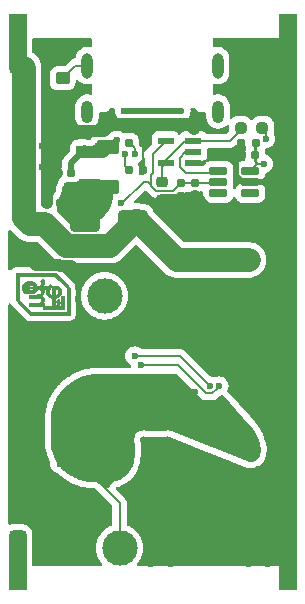
<source format=gbr>
G04 #@! TF.GenerationSoftware,KiCad,Pcbnew,8.0.8*
G04 #@! TF.CreationDate,2025-05-11T18:19:19+03:00*
G04 #@! TF.ProjectId,TP5410_eval_board,54503534-3130-45f6-9576-616c5f626f61,rev?*
G04 #@! TF.SameCoordinates,Original*
G04 #@! TF.FileFunction,Copper,L2,Bot*
G04 #@! TF.FilePolarity,Positive*
%FSLAX46Y46*%
G04 Gerber Fmt 4.6, Leading zero omitted, Abs format (unit mm)*
G04 Created by KiCad (PCBNEW 8.0.8) date 2025-05-11 18:19:19*
%MOMM*%
%LPD*%
G01*
G04 APERTURE LIST*
G04 Aperture macros list*
%AMRoundRect*
0 Rectangle with rounded corners*
0 $1 Rounding radius*
0 $2 $3 $4 $5 $6 $7 $8 $9 X,Y pos of 4 corners*
0 Add a 4 corners polygon primitive as box body*
4,1,4,$2,$3,$4,$5,$6,$7,$8,$9,$2,$3,0*
0 Add four circle primitives for the rounded corners*
1,1,$1+$1,$2,$3*
1,1,$1+$1,$4,$5*
1,1,$1+$1,$6,$7*
1,1,$1+$1,$8,$9*
0 Add four rect primitives between the rounded corners*
20,1,$1+$1,$2,$3,$4,$5,0*
20,1,$1+$1,$4,$5,$6,$7,0*
20,1,$1+$1,$6,$7,$8,$9,0*
20,1,$1+$1,$8,$9,$2,$3,0*%
G04 Aperture macros list end*
G04 #@! TA.AperFunction,EtchedComponent*
%ADD10C,0.010000*%
G04 #@! TD*
G04 #@! TA.AperFunction,ComponentPad*
%ADD11C,3.000000*%
G04 #@! TD*
G04 #@! TA.AperFunction,ComponentPad*
%ADD12R,1.500000X4.040000*%
G04 #@! TD*
G04 #@! TA.AperFunction,ComponentPad*
%ADD13RoundRect,0.375000X-0.375000X0.625000X-0.375000X-0.625000X0.375000X-0.625000X0.375000X0.625000X0*%
G04 #@! TD*
G04 #@! TA.AperFunction,ComponentPad*
%ADD14RoundRect,0.375000X0.375000X-0.625000X0.375000X0.625000X-0.375000X0.625000X-0.375000X-0.625000X0*%
G04 #@! TD*
G04 #@! TA.AperFunction,ComponentPad*
%ADD15O,1.000000X1.900000*%
G04 #@! TD*
G04 #@! TA.AperFunction,ComponentPad*
%ADD16O,0.950000X2.150000*%
G04 #@! TD*
G04 #@! TA.AperFunction,SMDPad,CuDef*
%ADD17RoundRect,0.250000X-0.350000X0.275000X-0.350000X-0.275000X0.350000X-0.275000X0.350000X0.275000X0*%
G04 #@! TD*
G04 #@! TA.AperFunction,SMDPad,CuDef*
%ADD18RoundRect,0.155000X-0.155000X0.212500X-0.155000X-0.212500X0.155000X-0.212500X0.155000X0.212500X0*%
G04 #@! TD*
G04 #@! TA.AperFunction,SMDPad,CuDef*
%ADD19RoundRect,0.250000X0.300000X0.300000X-0.300000X0.300000X-0.300000X-0.300000X0.300000X-0.300000X0*%
G04 #@! TD*
G04 #@! TA.AperFunction,SMDPad,CuDef*
%ADD20RoundRect,0.250000X-0.700000X0.362500X-0.700000X-0.362500X0.700000X-0.362500X0.700000X0.362500X0*%
G04 #@! TD*
G04 #@! TA.AperFunction,SMDPad,CuDef*
%ADD21RoundRect,0.155000X0.212500X0.155000X-0.212500X0.155000X-0.212500X-0.155000X0.212500X-0.155000X0*%
G04 #@! TD*
G04 #@! TA.AperFunction,SMDPad,CuDef*
%ADD22RoundRect,0.160000X-0.197500X-0.160000X0.197500X-0.160000X0.197500X0.160000X-0.197500X0.160000X0*%
G04 #@! TD*
G04 #@! TA.AperFunction,SMDPad,CuDef*
%ADD23RoundRect,0.160000X0.197500X0.160000X-0.197500X0.160000X-0.197500X-0.160000X0.197500X-0.160000X0*%
G04 #@! TD*
G04 #@! TA.AperFunction,SMDPad,CuDef*
%ADD24RoundRect,0.250000X1.000000X0.650000X-1.000000X0.650000X-1.000000X-0.650000X1.000000X-0.650000X0*%
G04 #@! TD*
G04 #@! TA.AperFunction,SMDPad,CuDef*
%ADD25RoundRect,0.237500X0.300000X0.237500X-0.300000X0.237500X-0.300000X-0.237500X0.300000X-0.237500X0*%
G04 #@! TD*
G04 #@! TA.AperFunction,SMDPad,CuDef*
%ADD26RoundRect,0.162500X0.617500X0.162500X-0.617500X0.162500X-0.617500X-0.162500X0.617500X-0.162500X0*%
G04 #@! TD*
G04 #@! TA.AperFunction,SMDPad,CuDef*
%ADD27RoundRect,0.237500X-0.250000X-0.237500X0.250000X-0.237500X0.250000X0.237500X-0.250000X0.237500X0*%
G04 #@! TD*
G04 #@! TA.AperFunction,SMDPad,CuDef*
%ADD28RoundRect,0.225000X-0.250000X0.225000X-0.250000X-0.225000X0.250000X-0.225000X0.250000X0.225000X0*%
G04 #@! TD*
G04 #@! TA.AperFunction,SMDPad,CuDef*
%ADD29RoundRect,0.059000X-0.626000X0.236000X-0.626000X-0.236000X0.626000X-0.236000X0.626000X0.236000X0*%
G04 #@! TD*
G04 #@! TA.AperFunction,ViaPad*
%ADD30C,0.600000*%
G04 #@! TD*
G04 #@! TA.AperFunction,Conductor*
%ADD31C,0.200000*%
G04 #@! TD*
G04 #@! TA.AperFunction,Conductor*
%ADD32C,1.000000*%
G04 #@! TD*
G04 #@! TA.AperFunction,Conductor*
%ADD33C,0.500000*%
G04 #@! TD*
G04 #@! TA.AperFunction,Conductor*
%ADD34C,2.000000*%
G04 #@! TD*
G04 APERTURE END LIST*
D10*
X-7615443Y-21039862D02*
X-7023100Y-21645424D01*
X-7023100Y-23952200D01*
X-10369550Y-23951978D01*
X-10962882Y-23345664D01*
X-11556213Y-22739350D01*
X-11556238Y-22667316D01*
X-11328400Y-22667316D01*
X-10256506Y-23723600D01*
X-7251700Y-23723600D01*
X-7251700Y-21723462D01*
X-7781869Y-21193181D01*
X-8312037Y-20662900D01*
X-11328400Y-20662900D01*
X-11328400Y-22667316D01*
X-11556238Y-22667316D01*
X-11556607Y-21586825D01*
X-11556922Y-20662900D01*
X-11557000Y-20434300D01*
X-8207785Y-20434300D01*
X-7615443Y-21039862D01*
G04 #@! TA.AperFunction,EtchedComponent*
G36*
X-7615443Y-21039862D02*
G01*
X-7023100Y-21645424D01*
X-7023100Y-23952200D01*
X-10369550Y-23951978D01*
X-10962882Y-23345664D01*
X-11556213Y-22739350D01*
X-11556238Y-22667316D01*
X-11328400Y-22667316D01*
X-10256506Y-23723600D01*
X-7251700Y-23723600D01*
X-7251700Y-21723462D01*
X-7781869Y-21193181D01*
X-8312037Y-20662900D01*
X-11328400Y-20662900D01*
X-11328400Y-22667316D01*
X-11556238Y-22667316D01*
X-11556607Y-21586825D01*
X-11556922Y-20662900D01*
X-11557000Y-20434300D01*
X-8207785Y-20434300D01*
X-7615443Y-21039862D01*
G37*
G04 #@! TD.AperFunction*
X-9257509Y-20948157D02*
X-9237685Y-20981861D01*
X-9219258Y-21022580D01*
X-9196094Y-21099891D01*
X-9188019Y-21184971D01*
X-9194934Y-21268940D01*
X-9216741Y-21342921D01*
X-9222943Y-21355855D01*
X-9252850Y-21403098D01*
X-9290510Y-21449367D01*
X-9308151Y-21466980D01*
X-9359974Y-21513800D01*
X-8832169Y-21513800D01*
X-8746077Y-21600557D01*
X-8706610Y-21640993D01*
X-8682996Y-21667795D01*
X-8672792Y-21684944D01*
X-8673552Y-21696423D01*
X-8681754Y-21705332D01*
X-8698381Y-21725904D01*
X-8720073Y-21761606D01*
X-8739602Y-21799550D01*
X-8767897Y-21883289D01*
X-8776915Y-21969766D01*
X-8767235Y-22053450D01*
X-8739438Y-22128808D01*
X-8699187Y-22185170D01*
X-8663614Y-22213294D01*
X-8616952Y-22238974D01*
X-8569790Y-22257121D01*
X-8537575Y-22262821D01*
X-8509000Y-22263100D01*
X-8509000Y-21926771D01*
X-8267808Y-21926771D01*
X-8267700Y-21996400D01*
X-8267700Y-22263100D01*
X-8234249Y-22263100D01*
X-8199666Y-22259378D01*
X-8158123Y-22250233D01*
X-8151603Y-22248360D01*
X-8096521Y-22222350D01*
X-8042644Y-22181095D01*
X-7999315Y-22132511D01*
X-7983597Y-22106024D01*
X-7969611Y-22058952D01*
X-7963737Y-22000746D01*
X-7966086Y-21942095D01*
X-7976767Y-21893686D01*
X-7981302Y-21883354D01*
X-8019631Y-21832152D01*
X-8075208Y-21787104D01*
X-8139883Y-21754482D01*
X-8155527Y-21749295D01*
X-8192241Y-21738029D01*
X-8219967Y-21730798D01*
X-8239961Y-21730361D01*
X-8253475Y-21739482D01*
X-8261763Y-21760922D01*
X-8266079Y-21797442D01*
X-8267676Y-21851804D01*
X-8267808Y-21926771D01*
X-8509000Y-21926771D01*
X-8509000Y-21533717D01*
X-8643090Y-21666141D01*
X-8731391Y-21577158D01*
X-8819691Y-21488176D01*
X-8734321Y-21402805D01*
X-8648951Y-21317435D01*
X-8569451Y-21395303D01*
X-8489950Y-21473171D01*
X-8350250Y-21482172D01*
X-8230262Y-21494503D01*
X-8121350Y-21514791D01*
X-8028620Y-21541912D01*
X-7975366Y-21564719D01*
X-7887617Y-21623033D01*
X-7817438Y-21698096D01*
X-7766066Y-21787206D01*
X-7734740Y-21887659D01*
X-7724699Y-21996749D01*
X-7733552Y-22092702D01*
X-7764004Y-22203800D01*
X-7813732Y-22298388D01*
X-7882633Y-22376374D01*
X-7970601Y-22437667D01*
X-8077532Y-22482173D01*
X-8203322Y-22509802D01*
X-8207375Y-22510367D01*
X-8267700Y-22518656D01*
X-8267700Y-22867128D01*
X-8267537Y-22971811D01*
X-8266953Y-23053736D01*
X-8265808Y-23115545D01*
X-8263960Y-23159878D01*
X-8261268Y-23189376D01*
X-8257591Y-23206681D01*
X-8252789Y-23214432D01*
X-8249092Y-23215600D01*
X-8226256Y-23206573D01*
X-8194875Y-23183638D01*
X-8161900Y-23153011D01*
X-8134283Y-23120907D01*
X-8122699Y-23102589D01*
X-8099553Y-23030142D01*
X-8097942Y-22952771D01*
X-8117290Y-22878050D01*
X-8143399Y-22830810D01*
X-8159175Y-22806119D01*
X-8164675Y-22792172D01*
X-8164311Y-22791486D01*
X-8152756Y-22782939D01*
X-8125350Y-22762813D01*
X-8086744Y-22734518D01*
X-8059197Y-22714352D01*
X-8012932Y-22680927D01*
X-7982524Y-22660898D01*
X-7963519Y-22652404D01*
X-7951467Y-22653585D01*
X-7941917Y-22662580D01*
X-7940292Y-22664660D01*
X-7896161Y-22742525D01*
X-7872742Y-22834515D01*
X-7868544Y-22898100D01*
X-7875467Y-22986466D01*
X-7899259Y-23061078D01*
X-7942839Y-23129410D01*
X-7971857Y-23162397D01*
X-8022468Y-23215600D01*
X-7734300Y-23215600D01*
X-7734300Y-22364700D01*
X-7493000Y-22364700D01*
X-7493000Y-23469600D01*
X-9232900Y-23469600D01*
X-9232900Y-23228300D01*
X-10452100Y-23228300D01*
X-10452100Y-22974300D01*
X-10048875Y-22974229D01*
X-9923289Y-22973735D01*
X-9815196Y-22972337D01*
X-9726282Y-22970085D01*
X-9658233Y-22967032D01*
X-9612734Y-22963231D01*
X-9595446Y-22960220D01*
X-9534591Y-22930909D01*
X-9486443Y-22882889D01*
X-9453720Y-22820803D01*
X-9439140Y-22749294D01*
X-9441124Y-22696557D01*
X-9462055Y-22623912D01*
X-9503331Y-22566274D01*
X-9552948Y-22529316D01*
X-9568184Y-22520833D01*
X-9583021Y-22514017D01*
X-9600330Y-22508656D01*
X-9622979Y-22504539D01*
X-9653840Y-22501452D01*
X-9695782Y-22499186D01*
X-9751676Y-22497527D01*
X-9824393Y-22496265D01*
X-9916801Y-22495186D01*
X-10030276Y-22494095D01*
X-10453001Y-22490140D01*
X-10449376Y-22367095D01*
X-10447176Y-22292426D01*
X-9426671Y-22292426D01*
X-9390111Y-22310972D01*
X-9320639Y-22359758D01*
X-9265589Y-22425672D01*
X-9226406Y-22504009D01*
X-9204533Y-22590063D01*
X-9201414Y-22679128D01*
X-9218494Y-22766498D01*
X-9236594Y-22811258D01*
X-9265036Y-22859432D01*
X-9300206Y-22905758D01*
X-9322215Y-22928713D01*
X-9372674Y-22974300D01*
X-9220200Y-22974300D01*
X-9220200Y-23215600D01*
X-8509000Y-23215600D01*
X-8509000Y-22519707D01*
X-8594725Y-22504964D01*
X-8710304Y-22474263D01*
X-8808468Y-22425114D01*
X-8888874Y-22357880D01*
X-8951173Y-22272924D01*
X-8995020Y-22170610D01*
X-9018974Y-22059900D01*
X-9025880Y-21995035D01*
X-9026443Y-21942561D01*
X-9020403Y-21890206D01*
X-9014753Y-21859875D01*
X-8996179Y-21767800D01*
X-9221757Y-21767800D01*
X-9211454Y-21828125D01*
X-9204105Y-21897653D01*
X-9204337Y-21968047D01*
X-9211758Y-22029969D01*
X-9221363Y-22064144D01*
X-9260303Y-22136052D01*
X-9315294Y-22203955D01*
X-9369139Y-22251110D01*
X-9426671Y-22292426D01*
X-10447176Y-22292426D01*
X-10445750Y-22244050D01*
X-10013950Y-22237700D01*
X-9896041Y-22235850D01*
X-9800791Y-22234018D01*
X-9725464Y-22232035D01*
X-9667320Y-22229731D01*
X-9623621Y-22226938D01*
X-9591629Y-22223487D01*
X-9568604Y-22219210D01*
X-9551808Y-22213937D01*
X-9540314Y-22208508D01*
X-9490412Y-22167493D01*
X-9456904Y-22110219D01*
X-9441273Y-22040991D01*
X-9445004Y-21964111D01*
X-9449155Y-21944122D01*
X-9476044Y-21875917D01*
X-9520350Y-21824743D01*
X-9582863Y-21790109D01*
X-9664373Y-21771524D01*
X-9732849Y-21767800D01*
X-9778550Y-21768739D01*
X-9804236Y-21772497D01*
X-9815255Y-21780484D01*
X-9817111Y-21790025D01*
X-9824352Y-21822802D01*
X-9843395Y-21868154D01*
X-9870256Y-21918758D01*
X-9900947Y-21967291D01*
X-9931482Y-22006431D01*
X-9939393Y-22014645D01*
X-9987874Y-22056975D01*
X-10038478Y-22089802D01*
X-10095164Y-22114184D01*
X-10161885Y-22131181D01*
X-10242599Y-22141852D01*
X-10341261Y-22147255D01*
X-10439400Y-22148498D01*
X-10540263Y-22147563D01*
X-10620649Y-22144209D01*
X-10685431Y-22137613D01*
X-10739483Y-22126950D01*
X-10787679Y-22111397D01*
X-10834891Y-22090130D01*
X-10858679Y-22077627D01*
X-10939102Y-22020664D01*
X-11000848Y-21947279D01*
X-11044125Y-21857054D01*
X-11069140Y-21749568D01*
X-11076215Y-21639269D01*
X-11076209Y-21639190D01*
X-10625829Y-21639190D01*
X-10617556Y-21649854D01*
X-10593253Y-21673887D01*
X-10556226Y-21708187D01*
X-10509781Y-21749653D01*
X-10486129Y-21770310D01*
X-10429766Y-21818686D01*
X-10388230Y-21852560D01*
X-10357529Y-21874488D01*
X-10333669Y-21887026D01*
X-10312658Y-21892730D01*
X-10292669Y-21894135D01*
X-10243004Y-21887161D01*
X-10187020Y-21867551D01*
X-10176258Y-21862444D01*
X-10136103Y-21838747D01*
X-10103357Y-21812976D01*
X-10090815Y-21798781D01*
X-10082468Y-21786587D01*
X-10077927Y-21777233D01*
X-10080160Y-21769161D01*
X-10092137Y-21760817D01*
X-10116827Y-21750644D01*
X-10157199Y-21737087D01*
X-10216224Y-21718590D01*
X-10283825Y-21697651D01*
X-10342153Y-21678917D01*
X-10390515Y-21662200D01*
X-10424354Y-21649163D01*
X-10439114Y-21641470D01*
X-10439400Y-21640865D01*
X-10427960Y-21634271D01*
X-10396502Y-21621874D01*
X-10349320Y-21605230D01*
X-10290708Y-21585891D01*
X-10264775Y-21577671D01*
X-10201819Y-21557784D01*
X-10147554Y-21540342D01*
X-10106584Y-21526847D01*
X-10083515Y-21518802D01*
X-10080396Y-21517484D01*
X-10080397Y-21504829D01*
X-10093014Y-21480767D01*
X-10096359Y-21475898D01*
X-10134650Y-21439357D01*
X-10189012Y-21409051D01*
X-10250174Y-21389509D01*
X-10282387Y-21385050D01*
X-10303667Y-21384594D01*
X-10322875Y-21387941D01*
X-10343960Y-21397526D01*
X-10370872Y-21415784D01*
X-10407560Y-21445151D01*
X-10457973Y-21488060D01*
X-10479237Y-21506423D01*
X-10529757Y-21550493D01*
X-10572868Y-21588820D01*
X-10605157Y-21618314D01*
X-10623214Y-21635884D01*
X-10625829Y-21639190D01*
X-11076209Y-21639190D01*
X-11066548Y-21516354D01*
X-11037676Y-21409670D01*
X-10989791Y-21319509D01*
X-10923088Y-21246166D01*
X-10837758Y-21189935D01*
X-10760496Y-21158801D01*
X-10693193Y-21143149D01*
X-10607787Y-21131752D01*
X-10511284Y-21125009D01*
X-10410687Y-21123323D01*
X-10312999Y-21127093D01*
X-10270798Y-21130788D01*
X-10147762Y-21153240D01*
X-10043039Y-21192407D01*
X-9957074Y-21247967D01*
X-9890310Y-21319594D01*
X-9843191Y-21406964D01*
X-9827567Y-21454831D01*
X-9811107Y-21516513D01*
X-9688790Y-21511600D01*
X-9629991Y-21508561D01*
X-9589747Y-21504008D01*
X-9561214Y-21496312D01*
X-9537548Y-21483843D01*
X-9520324Y-21471487D01*
X-9487407Y-21441710D01*
X-9461592Y-21410365D01*
X-9456639Y-21402018D01*
X-9433416Y-21332934D01*
X-9429059Y-21259164D01*
X-9443042Y-21188449D01*
X-9474837Y-21128526D01*
X-9475261Y-21127986D01*
X-9492107Y-21101908D01*
X-9497679Y-21083475D01*
X-9497443Y-21082516D01*
X-9486045Y-21070262D01*
X-9458730Y-21046886D01*
X-9420111Y-21016222D01*
X-9391685Y-20994612D01*
X-9340304Y-20957366D01*
X-9304016Y-20936688D01*
X-9278019Y-20933359D01*
X-9257509Y-20948157D01*
G04 #@! TA.AperFunction,EtchedComponent*
G36*
X-9257509Y-20948157D02*
G01*
X-9237685Y-20981861D01*
X-9219258Y-21022580D01*
X-9196094Y-21099891D01*
X-9188019Y-21184971D01*
X-9194934Y-21268940D01*
X-9216741Y-21342921D01*
X-9222943Y-21355855D01*
X-9252850Y-21403098D01*
X-9290510Y-21449367D01*
X-9308151Y-21466980D01*
X-9359974Y-21513800D01*
X-8832169Y-21513800D01*
X-8746077Y-21600557D01*
X-8706610Y-21640993D01*
X-8682996Y-21667795D01*
X-8672792Y-21684944D01*
X-8673552Y-21696423D01*
X-8681754Y-21705332D01*
X-8698381Y-21725904D01*
X-8720073Y-21761606D01*
X-8739602Y-21799550D01*
X-8767897Y-21883289D01*
X-8776915Y-21969766D01*
X-8767235Y-22053450D01*
X-8739438Y-22128808D01*
X-8699187Y-22185170D01*
X-8663614Y-22213294D01*
X-8616952Y-22238974D01*
X-8569790Y-22257121D01*
X-8537575Y-22262821D01*
X-8509000Y-22263100D01*
X-8509000Y-21926771D01*
X-8267808Y-21926771D01*
X-8267700Y-21996400D01*
X-8267700Y-22263100D01*
X-8234249Y-22263100D01*
X-8199666Y-22259378D01*
X-8158123Y-22250233D01*
X-8151603Y-22248360D01*
X-8096521Y-22222350D01*
X-8042644Y-22181095D01*
X-7999315Y-22132511D01*
X-7983597Y-22106024D01*
X-7969611Y-22058952D01*
X-7963737Y-22000746D01*
X-7966086Y-21942095D01*
X-7976767Y-21893686D01*
X-7981302Y-21883354D01*
X-8019631Y-21832152D01*
X-8075208Y-21787104D01*
X-8139883Y-21754482D01*
X-8155527Y-21749295D01*
X-8192241Y-21738029D01*
X-8219967Y-21730798D01*
X-8239961Y-21730361D01*
X-8253475Y-21739482D01*
X-8261763Y-21760922D01*
X-8266079Y-21797442D01*
X-8267676Y-21851804D01*
X-8267808Y-21926771D01*
X-8509000Y-21926771D01*
X-8509000Y-21533717D01*
X-8643090Y-21666141D01*
X-8731391Y-21577158D01*
X-8819691Y-21488176D01*
X-8734321Y-21402805D01*
X-8648951Y-21317435D01*
X-8569451Y-21395303D01*
X-8489950Y-21473171D01*
X-8350250Y-21482172D01*
X-8230262Y-21494503D01*
X-8121350Y-21514791D01*
X-8028620Y-21541912D01*
X-7975366Y-21564719D01*
X-7887617Y-21623033D01*
X-7817438Y-21698096D01*
X-7766066Y-21787206D01*
X-7734740Y-21887659D01*
X-7724699Y-21996749D01*
X-7733552Y-22092702D01*
X-7764004Y-22203800D01*
X-7813732Y-22298388D01*
X-7882633Y-22376374D01*
X-7970601Y-22437667D01*
X-8077532Y-22482173D01*
X-8203322Y-22509802D01*
X-8207375Y-22510367D01*
X-8267700Y-22518656D01*
X-8267700Y-22867128D01*
X-8267537Y-22971811D01*
X-8266953Y-23053736D01*
X-8265808Y-23115545D01*
X-8263960Y-23159878D01*
X-8261268Y-23189376D01*
X-8257591Y-23206681D01*
X-8252789Y-23214432D01*
X-8249092Y-23215600D01*
X-8226256Y-23206573D01*
X-8194875Y-23183638D01*
X-8161900Y-23153011D01*
X-8134283Y-23120907D01*
X-8122699Y-23102589D01*
X-8099553Y-23030142D01*
X-8097942Y-22952771D01*
X-8117290Y-22878050D01*
X-8143399Y-22830810D01*
X-8159175Y-22806119D01*
X-8164675Y-22792172D01*
X-8164311Y-22791486D01*
X-8152756Y-22782939D01*
X-8125350Y-22762813D01*
X-8086744Y-22734518D01*
X-8059197Y-22714352D01*
X-8012932Y-22680927D01*
X-7982524Y-22660898D01*
X-7963519Y-22652404D01*
X-7951467Y-22653585D01*
X-7941917Y-22662580D01*
X-7940292Y-22664660D01*
X-7896161Y-22742525D01*
X-7872742Y-22834515D01*
X-7868544Y-22898100D01*
X-7875467Y-22986466D01*
X-7899259Y-23061078D01*
X-7942839Y-23129410D01*
X-7971857Y-23162397D01*
X-8022468Y-23215600D01*
X-7734300Y-23215600D01*
X-7734300Y-22364700D01*
X-7493000Y-22364700D01*
X-7493000Y-23469600D01*
X-9232900Y-23469600D01*
X-9232900Y-23228300D01*
X-10452100Y-23228300D01*
X-10452100Y-22974300D01*
X-10048875Y-22974229D01*
X-9923289Y-22973735D01*
X-9815196Y-22972337D01*
X-9726282Y-22970085D01*
X-9658233Y-22967032D01*
X-9612734Y-22963231D01*
X-9595446Y-22960220D01*
X-9534591Y-22930909D01*
X-9486443Y-22882889D01*
X-9453720Y-22820803D01*
X-9439140Y-22749294D01*
X-9441124Y-22696557D01*
X-9462055Y-22623912D01*
X-9503331Y-22566274D01*
X-9552948Y-22529316D01*
X-9568184Y-22520833D01*
X-9583021Y-22514017D01*
X-9600330Y-22508656D01*
X-9622979Y-22504539D01*
X-9653840Y-22501452D01*
X-9695782Y-22499186D01*
X-9751676Y-22497527D01*
X-9824393Y-22496265D01*
X-9916801Y-22495186D01*
X-10030276Y-22494095D01*
X-10453001Y-22490140D01*
X-10449376Y-22367095D01*
X-10447176Y-22292426D01*
X-9426671Y-22292426D01*
X-9390111Y-22310972D01*
X-9320639Y-22359758D01*
X-9265589Y-22425672D01*
X-9226406Y-22504009D01*
X-9204533Y-22590063D01*
X-9201414Y-22679128D01*
X-9218494Y-22766498D01*
X-9236594Y-22811258D01*
X-9265036Y-22859432D01*
X-9300206Y-22905758D01*
X-9322215Y-22928713D01*
X-9372674Y-22974300D01*
X-9220200Y-22974300D01*
X-9220200Y-23215600D01*
X-8509000Y-23215600D01*
X-8509000Y-22519707D01*
X-8594725Y-22504964D01*
X-8710304Y-22474263D01*
X-8808468Y-22425114D01*
X-8888874Y-22357880D01*
X-8951173Y-22272924D01*
X-8995020Y-22170610D01*
X-9018974Y-22059900D01*
X-9025880Y-21995035D01*
X-9026443Y-21942561D01*
X-9020403Y-21890206D01*
X-9014753Y-21859875D01*
X-8996179Y-21767800D01*
X-9221757Y-21767800D01*
X-9211454Y-21828125D01*
X-9204105Y-21897653D01*
X-9204337Y-21968047D01*
X-9211758Y-22029969D01*
X-9221363Y-22064144D01*
X-9260303Y-22136052D01*
X-9315294Y-22203955D01*
X-9369139Y-22251110D01*
X-9426671Y-22292426D01*
X-10447176Y-22292426D01*
X-10445750Y-22244050D01*
X-10013950Y-22237700D01*
X-9896041Y-22235850D01*
X-9800791Y-22234018D01*
X-9725464Y-22232035D01*
X-9667320Y-22229731D01*
X-9623621Y-22226938D01*
X-9591629Y-22223487D01*
X-9568604Y-22219210D01*
X-9551808Y-22213937D01*
X-9540314Y-22208508D01*
X-9490412Y-22167493D01*
X-9456904Y-22110219D01*
X-9441273Y-22040991D01*
X-9445004Y-21964111D01*
X-9449155Y-21944122D01*
X-9476044Y-21875917D01*
X-9520350Y-21824743D01*
X-9582863Y-21790109D01*
X-9664373Y-21771524D01*
X-9732849Y-21767800D01*
X-9778550Y-21768739D01*
X-9804236Y-21772497D01*
X-9815255Y-21780484D01*
X-9817111Y-21790025D01*
X-9824352Y-21822802D01*
X-9843395Y-21868154D01*
X-9870256Y-21918758D01*
X-9900947Y-21967291D01*
X-9931482Y-22006431D01*
X-9939393Y-22014645D01*
X-9987874Y-22056975D01*
X-10038478Y-22089802D01*
X-10095164Y-22114184D01*
X-10161885Y-22131181D01*
X-10242599Y-22141852D01*
X-10341261Y-22147255D01*
X-10439400Y-22148498D01*
X-10540263Y-22147563D01*
X-10620649Y-22144209D01*
X-10685431Y-22137613D01*
X-10739483Y-22126950D01*
X-10787679Y-22111397D01*
X-10834891Y-22090130D01*
X-10858679Y-22077627D01*
X-10939102Y-22020664D01*
X-11000848Y-21947279D01*
X-11044125Y-21857054D01*
X-11069140Y-21749568D01*
X-11076215Y-21639269D01*
X-11076209Y-21639190D01*
X-10625829Y-21639190D01*
X-10617556Y-21649854D01*
X-10593253Y-21673887D01*
X-10556226Y-21708187D01*
X-10509781Y-21749653D01*
X-10486129Y-21770310D01*
X-10429766Y-21818686D01*
X-10388230Y-21852560D01*
X-10357529Y-21874488D01*
X-10333669Y-21887026D01*
X-10312658Y-21892730D01*
X-10292669Y-21894135D01*
X-10243004Y-21887161D01*
X-10187020Y-21867551D01*
X-10176258Y-21862444D01*
X-10136103Y-21838747D01*
X-10103357Y-21812976D01*
X-10090815Y-21798781D01*
X-10082468Y-21786587D01*
X-10077927Y-21777233D01*
X-10080160Y-21769161D01*
X-10092137Y-21760817D01*
X-10116827Y-21750644D01*
X-10157199Y-21737087D01*
X-10216224Y-21718590D01*
X-10283825Y-21697651D01*
X-10342153Y-21678917D01*
X-10390515Y-21662200D01*
X-10424354Y-21649163D01*
X-10439114Y-21641470D01*
X-10439400Y-21640865D01*
X-10427960Y-21634271D01*
X-10396502Y-21621874D01*
X-10349320Y-21605230D01*
X-10290708Y-21585891D01*
X-10264775Y-21577671D01*
X-10201819Y-21557784D01*
X-10147554Y-21540342D01*
X-10106584Y-21526847D01*
X-10083515Y-21518802D01*
X-10080396Y-21517484D01*
X-10080397Y-21504829D01*
X-10093014Y-21480767D01*
X-10096359Y-21475898D01*
X-10134650Y-21439357D01*
X-10189012Y-21409051D01*
X-10250174Y-21389509D01*
X-10282387Y-21385050D01*
X-10303667Y-21384594D01*
X-10322875Y-21387941D01*
X-10343960Y-21397526D01*
X-10370872Y-21415784D01*
X-10407560Y-21445151D01*
X-10457973Y-21488060D01*
X-10479237Y-21506423D01*
X-10529757Y-21550493D01*
X-10572868Y-21588820D01*
X-10605157Y-21618314D01*
X-10623214Y-21635884D01*
X-10625829Y-21639190D01*
X-11076209Y-21639190D01*
X-11066548Y-21516354D01*
X-11037676Y-21409670D01*
X-10989791Y-21319509D01*
X-10923088Y-21246166D01*
X-10837758Y-21189935D01*
X-10760496Y-21158801D01*
X-10693193Y-21143149D01*
X-10607787Y-21131752D01*
X-10511284Y-21125009D01*
X-10410687Y-21123323D01*
X-10312999Y-21127093D01*
X-10270798Y-21130788D01*
X-10147762Y-21153240D01*
X-10043039Y-21192407D01*
X-9957074Y-21247967D01*
X-9890310Y-21319594D01*
X-9843191Y-21406964D01*
X-9827567Y-21454831D01*
X-9811107Y-21516513D01*
X-9688790Y-21511600D01*
X-9629991Y-21508561D01*
X-9589747Y-21504008D01*
X-9561214Y-21496312D01*
X-9537548Y-21483843D01*
X-9520324Y-21471487D01*
X-9487407Y-21441710D01*
X-9461592Y-21410365D01*
X-9456639Y-21402018D01*
X-9433416Y-21332934D01*
X-9429059Y-21259164D01*
X-9443042Y-21188449D01*
X-9474837Y-21128526D01*
X-9475261Y-21127986D01*
X-9492107Y-21101908D01*
X-9497679Y-21083475D01*
X-9497443Y-21082516D01*
X-9486045Y-21070262D01*
X-9458730Y-21046886D01*
X-9420111Y-21016222D01*
X-9391685Y-20994612D01*
X-9340304Y-20957366D01*
X-9304016Y-20936688D01*
X-9278019Y-20933359D01*
X-9257509Y-20948157D01*
G37*
G04 #@! TD.AperFunction*
D11*
X8382000Y-4826000D03*
D12*
X11430000Y-520000D03*
D13*
X11430000Y-2540000D03*
D12*
X-11430000Y-45200000D03*
D14*
X-11430000Y-43180000D03*
D11*
X-2794000Y-43688000D03*
D12*
X11430000Y-45200000D03*
D14*
X11430000Y-43180000D03*
D15*
X5540000Y-6750000D03*
D16*
X5540000Y-2850000D03*
D15*
X-5540000Y-6750000D03*
D16*
X-5540000Y-2850000D03*
D12*
X-11430000Y-520000D03*
D13*
X-11430000Y-2540000D03*
D11*
X-4064000Y-22352000D03*
D17*
X-7620000Y-3930000D03*
X-7620000Y-6230000D03*
D18*
X2413000Y-12767500D03*
X2413000Y-13902500D03*
D19*
X-5966000Y-10160000D03*
X-8766000Y-10160000D03*
D20*
X-3810000Y-9767500D03*
X-3810000Y-13092500D03*
D21*
X-6925500Y-11938000D03*
X-8060500Y-11938000D03*
D22*
X-1994500Y-11684000D03*
X-799500Y-11684000D03*
D23*
X8725500Y-9398000D03*
X7530500Y-9398000D03*
D24*
X-1683000Y-16002000D03*
X-5683000Y-16002000D03*
D21*
X8695500Y-10414000D03*
X7560500Y-10414000D03*
D25*
X-7011500Y-13208000D03*
X-8736500Y-13208000D03*
D26*
X8269500Y-11748000D03*
X8269500Y-12698000D03*
X8269500Y-13648000D03*
X5569500Y-13648000D03*
X5569500Y-12698000D03*
X5569500Y-11748000D03*
D27*
X7469500Y-8128000D03*
X9294500Y-8128000D03*
D28*
X762000Y-12687000D03*
X762000Y-14237000D03*
D21*
X-7814500Y-14478000D03*
X-8949500Y-14478000D03*
D29*
X3461000Y-9210000D03*
X3461000Y-10160000D03*
X3461000Y-11110000D03*
X1111000Y-11110000D03*
X1111000Y-9210000D03*
D18*
X3556000Y-12767500D03*
X3556000Y-13902500D03*
D22*
X-1994500Y-9398000D03*
X-799500Y-9398000D03*
D30*
X-10541000Y-36703000D03*
X5334000Y-36322000D03*
X-10160000Y-34290000D03*
X10160000Y-14224000D03*
X-6350000Y-22606000D03*
X-3556000Y-7874000D03*
X-11900000Y-19558000D03*
X-7620000Y-42672000D03*
X7162800Y-26771600D03*
X-9398000Y-9652000D03*
X10322000Y-32512000D03*
X6858000Y-36830000D03*
X1524000Y-45085000D03*
X9779000Y-45085000D03*
X1270000Y-36830000D03*
X4953000Y-22606000D03*
X10160000Y-17272000D03*
X-6096000Y-23622000D03*
X-9398000Y-11430000D03*
X4013200Y-26771600D03*
X6604000Y-38575339D03*
X5588000Y-38575339D03*
X10160000Y-15748000D03*
X-8890000Y-13462000D03*
X10160000Y-12700000D03*
X9652000Y-26289000D03*
X5232400Y-29006800D03*
X-3439547Y-6745252D03*
X-6096000Y-20574000D03*
X-762000Y-36830000D03*
X1270000Y-34544000D03*
X7162800Y-29006800D03*
X-6350000Y-21590000D03*
X-127000Y-45085000D03*
X3482868Y-8215000D03*
X-762000Y-34544000D03*
X4953000Y-25654000D03*
X8636000Y-26289000D03*
X3475752Y-6782471D03*
X-11900000Y-17907000D03*
X8128000Y-45085000D03*
X-2382806Y-6719999D03*
X2417194Y-6719999D03*
X-3048000Y-9144000D03*
X762000Y-29210000D03*
X8128000Y-36068000D03*
X-7874000Y-34290000D03*
X-6858000Y-36830000D03*
X1270000Y-32258000D03*
X-6858000Y-34290000D03*
X8890000Y-35306000D03*
X3556000Y-32766000D03*
X-5080000Y-34290000D03*
X-2641600Y-14504999D03*
X-7874000Y-36576000D03*
X3556000Y-30480000D03*
X-762000Y-32258000D03*
X-5080000Y-36830000D03*
X-254000Y-29210000D03*
X8128000Y-34798000D03*
X9398000Y-11164223D03*
X8636000Y-19304000D03*
X7620000Y-19304000D03*
X5626003Y-29972000D03*
X-1016000Y-28194000D03*
X4826000Y-29972000D03*
X-1524000Y-27432000D03*
X-1527100Y-10322000D03*
X-2327103Y-10322000D03*
X9577719Y-9052000D03*
D31*
X0Y-10321000D02*
X0Y-11963400D01*
X-128000Y-12091400D02*
X-128000Y-13020696D01*
X288304Y-13437000D02*
X1743500Y-13437000D01*
X0Y-11963400D02*
X-128000Y-12091400D01*
X-128000Y-13020696D02*
X288304Y-13437000D01*
X1111000Y-9210000D02*
X0Y-10321000D01*
X1743500Y-13437000D02*
X2413000Y-12767500D01*
D32*
X-3048000Y-7874000D02*
X-2989578Y-7815578D01*
X-7620000Y-7366000D02*
X-7620000Y-6230000D01*
D33*
X7570792Y-12700000D02*
X10160000Y-12700000D01*
D32*
X-2989578Y-7815578D02*
X3083446Y-7815578D01*
X-3556000Y-7874000D02*
X-3048000Y-7874000D01*
X-8060500Y-11938000D02*
X-8949500Y-12827000D01*
D33*
X7530500Y-9398000D02*
X7530500Y-10384000D01*
D32*
X6096000Y-14986000D02*
X6995735Y-15885735D01*
X-6586000Y-8400000D02*
X-7620000Y-7366000D01*
D33*
X7039500Y-10935000D02*
X7039500Y-12168708D01*
D32*
X3556000Y-13902500D02*
X4639500Y-14986000D01*
X6995735Y-15885735D02*
X6995735Y-17107000D01*
D33*
X10160000Y-12700000D02*
X10158000Y-12698000D01*
D32*
X-3556000Y-7874000D02*
X-4082000Y-8400000D01*
D31*
X-799500Y-9398000D02*
X-799500Y-11684000D01*
D32*
X3221500Y-14237000D02*
X3556000Y-13902500D01*
X-7912860Y-19729224D02*
X-9877776Y-19729224D01*
X-9877776Y-19729224D02*
X-11700000Y-17907000D01*
D33*
X7530500Y-10384000D02*
X7560500Y-10414000D01*
D31*
X-7620000Y-6230000D02*
X-8766000Y-7376000D01*
D32*
X-4082000Y-8400000D02*
X-6586000Y-8400000D01*
X-8766000Y-11232500D02*
X-8060500Y-11938000D01*
X-6096000Y-20574000D02*
X-6868000Y-19802000D01*
X-7840084Y-19802000D02*
X-7912860Y-19729224D01*
D31*
X-8766000Y-7376000D02*
X-8766000Y-10160000D01*
D32*
X-8949500Y-12827000D02*
X-8949500Y-14478000D01*
X4639500Y-14986000D02*
X6096000Y-14986000D01*
X762000Y-14237000D02*
X3221500Y-14237000D01*
D33*
X7039500Y-12168708D02*
X7570792Y-12700000D01*
D32*
X-8766000Y-10160000D02*
X-8766000Y-11232500D01*
D33*
X7560500Y-10414000D02*
X7039500Y-10935000D01*
D32*
X3083446Y-7815578D02*
X3482868Y-8215000D01*
D33*
X10158000Y-12698000D02*
X8269500Y-12698000D01*
D32*
X-6868000Y-19802000D02*
X-7840084Y-19802000D01*
D33*
X-6925500Y-11119500D02*
X-5966000Y-10160000D01*
X-6925500Y-11938000D02*
X-6925500Y-11119500D01*
X2417194Y-6719999D02*
X-2382806Y-6719999D01*
D32*
X-4202500Y-10160000D02*
X-5966000Y-10160000D01*
X-3810000Y-9767500D02*
X-4202500Y-10160000D01*
D31*
X-2794000Y-43688000D02*
X-2794000Y-39878000D01*
X-2794000Y-39878000D02*
X-5334000Y-37338000D01*
X-2566999Y-14504999D02*
X-762000Y-12700000D01*
X5500000Y-12767500D02*
X5569500Y-12698000D01*
X2413000Y-12767500D02*
X5500000Y-12767500D01*
X-2641600Y-14504999D02*
X-2566999Y-14504999D01*
X-382000Y-12700000D02*
X-128000Y-12954000D01*
X-5334000Y-37338000D02*
X-5334000Y-37084000D01*
X-762000Y-12700000D02*
X-382000Y-12700000D01*
X8269500Y-11748000D02*
X8725500Y-11292000D01*
X8967723Y-11164223D02*
X8695500Y-10892000D01*
X8695500Y-10892000D02*
X8695500Y-10414000D01*
X8695500Y-9428000D02*
X8725500Y-9398000D01*
X8725500Y-11292000D02*
X8725500Y-9398000D01*
X8695500Y-10414000D02*
X8695500Y-9428000D01*
X9398000Y-11164223D02*
X8967723Y-11164223D01*
X7469500Y-8278500D02*
X7469500Y-8128000D01*
X762000Y-11459000D02*
X1111000Y-11110000D01*
X762000Y-12687000D02*
X762000Y-11459000D01*
X3461000Y-9210000D02*
X6538000Y-9210000D01*
X1111000Y-10827000D02*
X2728000Y-9210000D01*
X2728000Y-9210000D02*
X3461000Y-9210000D01*
X6538000Y-9210000D02*
X7469500Y-8278500D01*
X1111000Y-11110000D02*
X1111000Y-10827000D01*
D34*
X8128000Y-19304000D02*
X7112000Y-19304000D01*
X-1524000Y-16002000D02*
X-3624000Y-18102000D01*
X2032000Y-19304000D02*
X-1270000Y-16002000D01*
X-10922000Y-15748000D02*
X-10922000Y-3048000D01*
X-1270000Y-16002000D02*
X-1524000Y-16002000D01*
X-9144000Y-16256000D02*
X-10414000Y-16256000D01*
X-3624000Y-18102000D02*
X-7298000Y-18102000D01*
X-7298000Y-18102000D02*
X-9144000Y-16256000D01*
X7620000Y-19304000D02*
X2032000Y-19304000D01*
X-10414000Y-16256000D02*
X-10922000Y-15748000D01*
D31*
X2118529Y-28194000D02*
X-1016000Y-28194000D01*
X5426000Y-30172003D02*
X5426000Y-30220529D01*
X5426000Y-30220529D02*
X5074529Y-30572000D01*
X4496529Y-30572000D02*
X2118529Y-28194000D01*
X5626003Y-29972000D02*
X5426000Y-30172003D01*
X5074529Y-30572000D02*
X4496529Y-30572000D01*
X2286000Y-27432000D02*
X-1524000Y-27432000D01*
X4826000Y-29972000D02*
X2286000Y-27432000D01*
X-5540000Y-2850000D02*
X-6540000Y-2850000D01*
X-6540000Y-2850000D02*
X-7620000Y-3930000D01*
X-1527100Y-10322000D02*
X-1527100Y-9865400D01*
X-1527100Y-9865400D02*
X-1994500Y-9398000D01*
X-2327103Y-11351397D02*
X-1994500Y-11684000D01*
X-2327103Y-10322000D02*
X-2327103Y-11351397D01*
X9577719Y-9052000D02*
X9577719Y-8411219D01*
X9577719Y-8411219D02*
X9294500Y-8128000D01*
X2776000Y-10160000D02*
X2286000Y-10650000D01*
X2286000Y-10650000D02*
X2286000Y-11430000D01*
X2794000Y-11938000D02*
X5379500Y-11938000D01*
X3461000Y-10160000D02*
X2776000Y-10160000D01*
X5379500Y-11938000D02*
X5569500Y-11748000D01*
X2286000Y-11430000D02*
X2794000Y-11938000D01*
G04 #@! TA.AperFunction,Conductor*
G36*
X-6060325Y-12427765D02*
G01*
X-5933501Y-12446000D01*
X-6140362Y-12446000D01*
X-6133616Y-12439701D01*
X-6064874Y-12427198D01*
X-6060325Y-12427765D01*
G37*
G04 #@! TD.AperFunction*
G04 #@! TA.AperFunction,NonConductor*
G36*
X-8128000Y-15123642D02*
G01*
X-8129814Y-15120320D01*
X-8128000Y-15094954D01*
X-8128000Y-15123642D01*
G37*
G04 #@! TD.AperFunction*
G04 #@! TA.AperFunction,Conductor*
G36*
X-2892183Y-8893502D02*
G01*
X-2876225Y-8903529D01*
X-2829936Y-8955859D01*
X-2819285Y-9024912D01*
X-2823810Y-9045408D01*
X-2846452Y-9118067D01*
X-2852500Y-9184619D01*
X-2852499Y-9400500D01*
X-2852499Y-9611386D01*
X-2849097Y-9648823D01*
X-2862633Y-9717369D01*
X-2884907Y-9747726D01*
X-2956919Y-9819738D01*
X-3052892Y-9972478D01*
X-3052892Y-9972479D01*
X-3063232Y-10002029D01*
X-3103952Y-10058805D01*
X-3161149Y-10083592D01*
X-3507867Y-10137715D01*
X-3520594Y-10139034D01*
X-3923211Y-10159835D01*
X-3929609Y-10160000D01*
X-4948125Y-10160000D01*
X-4957854Y-10159618D01*
X-5201545Y-10140438D01*
X-5220763Y-10137394D01*
X-5453697Y-10081472D01*
X-5472203Y-10075459D01*
X-5693523Y-9983785D01*
X-5710860Y-9974951D01*
X-5915110Y-9849786D01*
X-5930838Y-9838361D01*
X-5936763Y-9833302D01*
X-5974965Y-9774800D01*
X-5975473Y-9704932D01*
X-5938128Y-9645881D01*
X-5874785Y-9616394D01*
X-5856245Y-9615000D01*
X-5648059Y-9615000D01*
X-5635511Y-9615636D01*
X-5633201Y-9615872D01*
X-5606769Y-9621526D01*
X-5572001Y-9633048D01*
X-5493527Y-9652250D01*
X-5454523Y-9658544D01*
X-5425415Y-9660877D01*
X-5374001Y-9665000D01*
X-5373993Y-9665000D01*
X-5308240Y-9665000D01*
X-5167750Y-9645085D01*
X-5101540Y-9625929D01*
X-4972114Y-9567750D01*
X-4862644Y-9474402D01*
X-4862639Y-9474397D01*
X-4862633Y-9474392D01*
X-4851403Y-9461638D01*
X-4851354Y-9461607D01*
X-4834620Y-9442588D01*
X-4775556Y-9405261D01*
X-4741526Y-9400500D01*
X-3983456Y-9400500D01*
X-3888435Y-9381598D01*
X-3856761Y-9375298D01*
X-3790164Y-9362051D01*
X-3764322Y-9351347D01*
X-3736833Y-9339961D01*
X-3608092Y-9286635D01*
X-3608079Y-9286628D01*
X-3444218Y-9177139D01*
X-3444214Y-9177136D01*
X-3300541Y-9033463D01*
X-3300520Y-9033440D01*
X-3177899Y-8910819D01*
X-3116576Y-8877334D01*
X-3090218Y-8874500D01*
X-2958150Y-8874500D01*
X-2892183Y-8893502D01*
G37*
G04 #@! TD.AperFunction*
G04 #@! TA.AperFunction,Conductor*
G36*
X-3380556Y-38140134D02*
G01*
X-3380557Y-38140135D01*
X-3380560Y-38140137D01*
X-3482300Y-38241874D01*
X-3524172Y-38297807D01*
X-3524178Y-38297815D01*
X-3593131Y-38424096D01*
X-3611896Y-38510358D01*
X-3645381Y-38571681D01*
X-3706704Y-38605166D01*
X-3733062Y-38608000D01*
X-4146989Y-38608000D01*
X-4214028Y-38588315D01*
X-4234670Y-38571681D01*
X-4521958Y-38284392D01*
X-4521997Y-38284355D01*
X-4562215Y-38248228D01*
X-4562227Y-38248218D01*
X-4582878Y-38231576D01*
X-4626760Y-38199933D01*
X-4757634Y-38140163D01*
X-4824679Y-38120476D01*
X-4919625Y-38106825D01*
X-4967097Y-38100000D01*
X-3313483Y-38100000D01*
X-3380556Y-38140134D01*
G37*
G04 #@! TD.AperFunction*
G04 #@! TA.AperFunction,Conductor*
G36*
X-1051558Y-33785840D02*
G01*
X-1062648Y-33788550D01*
X-1085027Y-33794566D01*
X-1215908Y-33854335D01*
X-1215918Y-33854341D01*
X-1269077Y-33888502D01*
X-1270511Y-33889318D01*
X-1274683Y-33892105D01*
X-1274686Y-33892108D01*
X-1274688Y-33892109D01*
X-1274690Y-33892110D01*
X-1383428Y-33986330D01*
X-1461217Y-34107369D01*
X-1461217Y-34107370D01*
X-1461223Y-34107381D01*
X-1489342Y-34168950D01*
X-1490046Y-34170424D01*
X-1490243Y-34170925D01*
X-1490246Y-34170931D01*
X-1524000Y-34285885D01*
X-1524000Y-33782000D01*
X-1034125Y-33782000D01*
X-1051558Y-33785840D01*
G37*
G04 #@! TD.AperFunction*
G04 #@! TA.AperFunction,Conductor*
G36*
X1574459Y-33802183D02*
G01*
X1532854Y-33786593D01*
X1525541Y-33784883D01*
X1516577Y-33782000D01*
X1524000Y-33782000D01*
X1574459Y-33802183D01*
G37*
G04 #@! TD.AperFunction*
G04 #@! TA.AperFunction,Conductor*
G36*
X-1242152Y-28962957D02*
G01*
X-1195255Y-28979368D01*
X-1195252Y-28979368D01*
X-1195249Y-28979369D01*
X-1016004Y-28999565D01*
X-1016000Y-28999565D01*
X-1015996Y-28999565D01*
X-836750Y-28979369D01*
X-836745Y-28979368D01*
X-789848Y-28962958D01*
X-748893Y-28956000D01*
X1979932Y-28956000D01*
X2046971Y-28975685D01*
X2067613Y-28992319D01*
X4011668Y-30936374D01*
X4011678Y-30936385D01*
X4016008Y-30940715D01*
X4016009Y-30940716D01*
X4127813Y-31052520D01*
X4168327Y-31075910D01*
X4214624Y-31102639D01*
X4214626Y-31102641D01*
X4252680Y-31124611D01*
X4264744Y-31131577D01*
X4417472Y-31172501D01*
X4417475Y-31172501D01*
X4583182Y-31172501D01*
X4583198Y-31172500D01*
X4987860Y-31172500D01*
X4987876Y-31172501D01*
X4995472Y-31172501D01*
X5153583Y-31172501D01*
X5153586Y-31172501D01*
X5306314Y-31131577D01*
X5356433Y-31102639D01*
X5443245Y-31052520D01*
X5555049Y-30940716D01*
X5555049Y-30940714D01*
X5565257Y-30930507D01*
X5565259Y-30930504D01*
X5699225Y-30796537D01*
X5760546Y-30763054D01*
X5773005Y-30761001D01*
X5805258Y-30757368D01*
X5835845Y-30746664D01*
X5905622Y-30743102D01*
X5966250Y-30777830D01*
X5968749Y-30780513D01*
X8289749Y-33345829D01*
X8293991Y-33350772D01*
X8506289Y-33611746D01*
X8513964Y-33622265D01*
X8695942Y-33901332D01*
X8702473Y-33912597D01*
X8854185Y-34209216D01*
X8859487Y-34221080D01*
X8979261Y-34531984D01*
X8983294Y-34544355D01*
X9069797Y-34866085D01*
X9072513Y-34878820D01*
X9124798Y-35207841D01*
X9126164Y-35220791D01*
X9143474Y-35550015D01*
X9142917Y-35569941D01*
X9125330Y-35731546D01*
X9119558Y-35757751D01*
X9068733Y-35908480D01*
X9057459Y-35932828D01*
X8975402Y-36069093D01*
X8959155Y-36090446D01*
X8849704Y-36205872D01*
X8829242Y-36223232D01*
X8697525Y-36312407D01*
X8673810Y-36324957D01*
X8525993Y-36383712D01*
X8500133Y-36390867D01*
X8343139Y-36416448D01*
X8316345Y-36417873D01*
X8157519Y-36409083D01*
X8131045Y-36404710D01*
X7971310Y-36360140D01*
X7958584Y-36355833D01*
X2239239Y-34068095D01*
X2239232Y-34068092D01*
X2239229Y-34068091D01*
X1628270Y-33823708D01*
X1619522Y-33818211D01*
X1579631Y-33804252D01*
X1524000Y-33782000D01*
X1516038Y-33782000D01*
X1449254Y-33758631D01*
X1449249Y-33758630D01*
X1270004Y-33738435D01*
X1269996Y-33738435D01*
X1090746Y-33758631D01*
X1090745Y-33758631D01*
X1023958Y-33782000D01*
X753670Y-33782000D01*
X753668Y-33782000D01*
X-5Y-33782000D01*
X-515959Y-33782000D01*
X-582737Y-33758633D01*
X-582750Y-33758630D01*
X-761996Y-33738435D01*
X-762004Y-33738435D01*
X-941249Y-33758630D01*
X-941254Y-33758631D01*
X-1008038Y-33782000D01*
X-1524000Y-33782000D01*
X-1524000Y-34297963D01*
X-1547368Y-34364745D01*
X-1547369Y-34364750D01*
X-1567565Y-34543996D01*
X-1567565Y-34544003D01*
X-1547369Y-34723249D01*
X-1547366Y-34723262D01*
X-1524000Y-34790037D01*
X-1524000Y-35306000D01*
X-1524000Y-35306007D01*
X-1524000Y-35936948D01*
X-1524264Y-35945028D01*
X-1541940Y-36214715D01*
X-1544055Y-36230771D01*
X-1581271Y-36417873D01*
X-1595980Y-36491819D01*
X-1600175Y-36507476D01*
X-1685733Y-36759522D01*
X-1691937Y-36774500D01*
X-1809656Y-37013210D01*
X-1817766Y-37027257D01*
X-1965634Y-37248558D01*
X-1975508Y-37261426D01*
X-2150997Y-37461533D01*
X-2162466Y-37473002D01*
X-2330135Y-37620044D01*
X-2362573Y-37648491D01*
X-2375441Y-37658365D01*
X-2596742Y-37806233D01*
X-2610789Y-37814343D01*
X-2849499Y-37932062D01*
X-2864484Y-37938269D01*
X-3116512Y-38023821D01*
X-3132180Y-38028019D01*
X-3393223Y-38079943D01*
X-3409304Y-38082060D01*
X-3678942Y-38099734D01*
X-3687052Y-38100000D01*
X-5076754Y-38100000D01*
X-5083244Y-38099830D01*
X-5445216Y-38080859D01*
X-5458124Y-38079502D01*
X-5812909Y-38023310D01*
X-5825605Y-38020612D01*
X-6172591Y-37927637D01*
X-6184934Y-37923626D01*
X-6520284Y-37794898D01*
X-6532142Y-37789619D01*
X-6852213Y-37626534D01*
X-6863453Y-37620044D01*
X-7164710Y-37424405D01*
X-7175211Y-37416776D01*
X-7454381Y-37190709D01*
X-7464026Y-37182024D01*
X-7718024Y-36928026D01*
X-7726709Y-36918381D01*
X-7952776Y-36639211D01*
X-7960405Y-36628710D01*
X-8156044Y-36327453D01*
X-8162534Y-36316213D01*
X-8325619Y-35996142D01*
X-8330898Y-35984284D01*
X-8459626Y-35648934D01*
X-8463637Y-35636591D01*
X-8556612Y-35289605D01*
X-8559310Y-35276909D01*
X-8615502Y-34922124D01*
X-8616859Y-34909216D01*
X-8635830Y-34547243D01*
X-8636000Y-34540753D01*
X-8636000Y-32959051D01*
X-8635851Y-32952966D01*
X-8617037Y-32570013D01*
X-8615844Y-32557903D01*
X-8560034Y-32181665D01*
X-8557660Y-32169731D01*
X-8465239Y-31800762D01*
X-8461706Y-31789117D01*
X-8333573Y-31431010D01*
X-8328917Y-31419767D01*
X-8192613Y-31131576D01*
X-8166285Y-31075910D01*
X-8160550Y-31065182D01*
X-8152960Y-31052520D01*
X-7976052Y-30757367D01*
X-7965012Y-30738948D01*
X-7958252Y-30728830D01*
X-7731667Y-30423315D01*
X-7723947Y-30413909D01*
X-7595643Y-30272347D01*
X-7468511Y-30132079D01*
X-7459920Y-30123488D01*
X-7178090Y-29868052D01*
X-7168684Y-29860332D01*
X-6863169Y-29633747D01*
X-6853051Y-29626987D01*
X-6526805Y-29431442D01*
X-6516097Y-29425718D01*
X-6172225Y-29263079D01*
X-6160996Y-29258429D01*
X-5802865Y-29130288D01*
X-5791248Y-29126763D01*
X-5560047Y-29068850D01*
X-5422268Y-29034339D01*
X-5410334Y-29031965D01*
X-5034096Y-28976155D01*
X-5021987Y-28974962D01*
X-4639032Y-28956148D01*
X-4632949Y-28956000D01*
X-1283107Y-28956000D01*
X-1242152Y-28962957D01*
G37*
G04 #@! TD.AperFunction*
G04 #@! TA.AperFunction,Conductor*
G36*
X-4752852Y-12446423D02*
G01*
X-4529541Y-12464918D01*
X-4509364Y-12468283D01*
X-4297131Y-12522001D01*
X-4277776Y-12528641D01*
X-4077261Y-12616548D01*
X-4059276Y-12626275D01*
X-3875949Y-12745975D01*
X-3859804Y-12758534D01*
X-3698674Y-12906758D01*
X-3684820Y-12921796D01*
X-3550269Y-13094510D01*
X-3539073Y-13111629D01*
X-3434771Y-13304124D01*
X-3426545Y-13322850D01*
X-3367439Y-13494684D01*
X-3355335Y-13529873D01*
X-3350297Y-13549710D01*
X-3315142Y-13759513D01*
X-3314117Y-13765626D01*
X-3312412Y-13786022D01*
X-3312246Y-14004955D01*
X-3313919Y-14025336D01*
X-3320003Y-14061984D01*
X-3337330Y-14107639D01*
X-3367389Y-14155477D01*
X-3367390Y-14155480D01*
X-3426966Y-14325736D01*
X-3426969Y-14325749D01*
X-3447269Y-14505922D01*
X-3456884Y-14541736D01*
X-3484562Y-14605000D01*
X-3552999Y-14761426D01*
X-3556066Y-14767918D01*
X-3611069Y-14876110D01*
X-3692041Y-15035386D01*
X-3704005Y-15058919D01*
X-3711239Y-15071316D01*
X-3889830Y-15340270D01*
X-3898442Y-15351738D01*
X-4034254Y-15512325D01*
X-4106921Y-15598247D01*
X-4116810Y-15608653D01*
X-4352388Y-15829420D01*
X-4363415Y-15838614D01*
X-4622918Y-16030662D01*
X-4634932Y-16038520D01*
X-4914899Y-16199292D01*
X-4927741Y-16205708D01*
X-5224402Y-16333040D01*
X-5237900Y-16337930D01*
X-5547308Y-16430125D01*
X-5561280Y-16433421D01*
X-5879262Y-16489236D01*
X-5893522Y-16490895D01*
X-6214984Y-16509535D01*
X-6231008Y-16509427D01*
X-6485265Y-16491242D01*
X-6502777Y-16488724D01*
X-6751030Y-16434720D01*
X-6768006Y-16429736D01*
X-6870688Y-16391437D01*
X-6915035Y-16362936D01*
X-7980936Y-15297035D01*
X-8009437Y-15252688D01*
X-8047736Y-15150006D01*
X-8052720Y-15133029D01*
X-8073960Y-15035386D01*
X-8068975Y-14965694D01*
X-8064103Y-14954897D01*
X-7987450Y-14769839D01*
X-7987447Y-14769829D01*
X-7949000Y-14576543D01*
X-7949000Y-14053052D01*
X-7929315Y-13986013D01*
X-7912681Y-13965371D01*
X-7853661Y-13906351D01*
X-7763093Y-13759518D01*
X-7763091Y-13759513D01*
X-7743183Y-13699434D01*
X-7708826Y-13595753D01*
X-7708826Y-13595751D01*
X-7708825Y-13595751D01*
X-7698500Y-13494684D01*
X-7698500Y-13277850D01*
X-7678815Y-13210811D01*
X-7673766Y-13203539D01*
X-7636996Y-13154421D01*
X-7625411Y-13141051D01*
X-7432948Y-12948588D01*
X-7419577Y-12937002D01*
X-7201685Y-12773890D01*
X-7186803Y-12764326D01*
X-7185598Y-12763668D01*
X-7126173Y-12748499D01*
X-6646798Y-12748499D01*
X-6646786Y-12748498D01*
X-6646784Y-12748498D01*
X-6635626Y-12747620D01*
X-6609642Y-12745576D01*
X-6450600Y-12699370D01*
X-6308046Y-12615063D01*
X-6308044Y-12615061D01*
X-6308040Y-12615058D01*
X-6190940Y-12497958D01*
X-6187870Y-12494000D01*
X-6131227Y-12453093D01*
X-6089890Y-12446000D01*
X-4763088Y-12446000D01*
X-4752852Y-12446423D01*
G37*
G04 #@! TD.AperFunction*
G04 #@! TA.AperFunction,Conductor*
G36*
X12142539Y-520185D02*
G01*
X12188294Y-572989D01*
X12199500Y-624500D01*
X12199500Y-45095500D01*
X12179815Y-45162539D01*
X12127011Y-45208294D01*
X12075500Y-45219500D01*
X-1197003Y-45219500D01*
X-1264042Y-45199815D01*
X-1309797Y-45147011D01*
X-1319741Y-45077853D01*
X-1290716Y-45014297D01*
X-1284684Y-45007819D01*
X-1278270Y-45001405D01*
X-1278254Y-45001387D01*
X-1106775Y-44772317D01*
X-1106770Y-44772309D01*
X-969635Y-44521166D01*
X-869628Y-44253037D01*
X-808804Y-43973433D01*
X-788390Y-43688001D01*
X-788390Y-43687998D01*
X-808804Y-43402566D01*
X-869628Y-43122962D01*
X-969635Y-42854833D01*
X-1106770Y-42603690D01*
X-1106775Y-42603682D01*
X-1278254Y-42374612D01*
X-1278270Y-42374594D01*
X-1480594Y-42172270D01*
X-1480612Y-42172254D01*
X-1709682Y-42000775D01*
X-1709690Y-42000770D01*
X-1960833Y-41863635D01*
X-1960845Y-41863630D01*
X-2112834Y-41806940D01*
X-2168768Y-41765069D01*
X-2193184Y-41699604D01*
X-2193500Y-41690759D01*
X-2193500Y-39798943D01*
X-2234423Y-39646216D01*
X-2234426Y-39646209D01*
X-2313475Y-39509290D01*
X-2313481Y-39509282D01*
X-2425286Y-39397478D01*
X-3091001Y-38731762D01*
X-3124486Y-38670439D01*
X-3119502Y-38600747D01*
X-3077630Y-38544814D01*
X-3031479Y-38523321D01*
X-3005979Y-38517374D01*
X-3001354Y-38516296D01*
X-2985686Y-38512098D01*
X-2954024Y-38502494D01*
X-2701996Y-38416942D01*
X-2679276Y-38408391D01*
X-2671047Y-38405294D01*
X-2668838Y-38404379D01*
X-2656052Y-38399083D01*
X-2625922Y-38385431D01*
X-2475636Y-38311318D01*
X-2387219Y-38267716D01*
X-2358045Y-38252122D01*
X-2343976Y-38243999D01*
X-2315908Y-38226545D01*
X-2094610Y-38078679D01*
X-2094601Y-38078673D01*
X-2067711Y-38059405D01*
X-2054843Y-38049531D01*
X-2029276Y-38028548D01*
X-1999919Y-38002803D01*
X-1999903Y-38002790D01*
X-1829170Y-37853061D01*
X-1805013Y-37830434D01*
X-1793567Y-37818987D01*
X-1793555Y-37818975D01*
X-1770942Y-37794832D01*
X-1595453Y-37594725D01*
X-1584036Y-37580814D01*
X-1574465Y-37569153D01*
X-1564604Y-37556301D01*
X-1564594Y-37556288D01*
X-1545326Y-37529398D01*
X-1437607Y-37368185D01*
X-1397453Y-37308090D01*
X-1379999Y-37280022D01*
X-1371876Y-37265953D01*
X-1356282Y-37236779D01*
X-1238563Y-36998069D01*
X-1224922Y-36967961D01*
X-1218708Y-36952959D01*
X-1207059Y-36922007D01*
X-1121505Y-36669973D01*
X-1111892Y-36638287D01*
X-1107701Y-36622641D01*
X-1100191Y-36590436D01*
X-1084295Y-36510519D01*
X-1084293Y-36510504D01*
X-1048270Y-36329401D01*
X-1042883Y-36296783D01*
X-1040768Y-36280725D01*
X-1037523Y-36247800D01*
X-1019844Y-35978060D01*
X-1019033Y-35961538D01*
X-1018768Y-35953425D01*
X-1018500Y-35936974D01*
X-1018500Y-34790046D01*
X-1019156Y-34764267D01*
X-1046867Y-34623079D01*
X-1048027Y-34618813D01*
X-1047833Y-34618760D01*
X-1052988Y-34596174D01*
X-1057302Y-34557880D01*
X-1057301Y-34530117D01*
X-1052987Y-34491826D01*
X-1047203Y-34466471D01*
X-1047351Y-34466424D01*
X-1038975Y-34440376D01*
X-1030427Y-34380923D01*
X-1001401Y-34317367D01*
X-942623Y-34279594D01*
X-931571Y-34276893D01*
X-881290Y-34267024D01*
X-841080Y-34259132D01*
X-841067Y-34259127D01*
X-836805Y-34257970D01*
X-836752Y-34258164D01*
X-814173Y-34253010D01*
X-775879Y-34248695D01*
X-748126Y-34248695D01*
X-709815Y-34253011D01*
X-684476Y-34258806D01*
X-684425Y-34258647D01*
X-682920Y-34259130D01*
X-682917Y-34259132D01*
X-658375Y-34267024D01*
X-658369Y-34267024D01*
X-658369Y-34267025D01*
X-647247Y-34268624D01*
X-515959Y-34287500D01*
X-515956Y-34287500D01*
X1023948Y-34287500D01*
X1023958Y-34287500D01*
X1049722Y-34286843D01*
X1161109Y-34264983D01*
X1190905Y-34259136D01*
X1195179Y-34257975D01*
X1195231Y-34258168D01*
X1217816Y-34253012D01*
X1256128Y-34248696D01*
X1283875Y-34248696D01*
X1322173Y-34253010D01*
X1347524Y-34258796D01*
X1347572Y-34258648D01*
X1378597Y-34268624D01*
X1378486Y-34268967D01*
X1386841Y-34271576D01*
X1391884Y-34273594D01*
X1412687Y-34281390D01*
X1420597Y-34284158D01*
X1435872Y-34290682D01*
X1440533Y-34293054D01*
X1440539Y-34293056D01*
X2051491Y-34537436D01*
X2059784Y-34540753D01*
X2092849Y-34553979D01*
X2254934Y-34618813D01*
X2265599Y-34623079D01*
X2618564Y-34764265D01*
X2641359Y-34773383D01*
X2682994Y-34790037D01*
X2706609Y-34799483D01*
X3047084Y-34935673D01*
X3113069Y-34962067D01*
X3145334Y-34974973D01*
X3145339Y-34974975D01*
X3524764Y-35126745D01*
X3972909Y-35306003D01*
X4194604Y-35394681D01*
X4564859Y-35542783D01*
X5126464Y-35767425D01*
X5189929Y-35792811D01*
X5189944Y-35792817D01*
X5283149Y-35830099D01*
X5308584Y-35840273D01*
X5308609Y-35840283D01*
X5882894Y-36069997D01*
X6010149Y-36120899D01*
X6121434Y-36165413D01*
X6271989Y-36225635D01*
X6409714Y-36280725D01*
X6531369Y-36329387D01*
X6532564Y-36329865D01*
X6532569Y-36329867D01*
X6699244Y-36396537D01*
X6699249Y-36396539D01*
X6735224Y-36410929D01*
X6818169Y-36444107D01*
X6910674Y-36481109D01*
X6984199Y-36510519D01*
X7147894Y-36575997D01*
X7186239Y-36591335D01*
X7264504Y-36622641D01*
X7303619Y-36638287D01*
X7303654Y-36638301D01*
X7382809Y-36669963D01*
X7596024Y-36755249D01*
X7605889Y-36759195D01*
X7605904Y-36759201D01*
X7770846Y-36825178D01*
X7796531Y-36834654D01*
X7809257Y-36838961D01*
X7835453Y-36847041D01*
X7995188Y-36891611D01*
X8048662Y-36903452D01*
X8075136Y-36907825D01*
X8100143Y-36910574D01*
X8129575Y-36913810D01*
X8129578Y-36913810D01*
X8129586Y-36913811D01*
X8288412Y-36922601D01*
X8342837Y-36922659D01*
X8343185Y-36922660D01*
X8343185Y-36922659D01*
X8343191Y-36922660D01*
X8369985Y-36921235D01*
X8424434Y-36915368D01*
X8581428Y-36889787D01*
X8634931Y-36878063D01*
X8651309Y-36873531D01*
X8660759Y-36870917D01*
X8660762Y-36870915D01*
X8660791Y-36870908D01*
X8701682Y-36857168D01*
X8712683Y-36853473D01*
X8712689Y-36853470D01*
X8712712Y-36853463D01*
X8860529Y-36794708D01*
X8910254Y-36771751D01*
X8933969Y-36759201D01*
X8980919Y-36730998D01*
X9112636Y-36641823D01*
X9156271Y-36608696D01*
X9176733Y-36591336D01*
X9216514Y-36553694D01*
X9325965Y-36438268D01*
X9361445Y-36396539D01*
X9377692Y-36375186D01*
X9408446Y-36329867D01*
X9490503Y-36193602D01*
X9516171Y-36145228D01*
X9527445Y-36120880D01*
X9547735Y-36069997D01*
X9598560Y-35919268D01*
X9613224Y-35866488D01*
X9618996Y-35840283D01*
X9627863Y-35786235D01*
X9645450Y-35624630D01*
X9648220Y-35584066D01*
X9648325Y-35580285D01*
X9655234Y-35542791D01*
X9675368Y-35485255D01*
X9687004Y-35381985D01*
X9695565Y-35306003D01*
X9695565Y-35305996D01*
X9675369Y-35126750D01*
X9675368Y-35126745D01*
X9615789Y-34956478D01*
X9603722Y-34937273D01*
X9586254Y-34890766D01*
X9571749Y-34799486D01*
X9566895Y-34773383D01*
X9564951Y-34764267D01*
X9564182Y-34760661D01*
X9557958Y-34734825D01*
X9471458Y-34413107D01*
X9471457Y-34413103D01*
X9463900Y-34387675D01*
X9459867Y-34375304D01*
X9450968Y-34350262D01*
X9331194Y-34039358D01*
X9320997Y-34014832D01*
X9315695Y-34002968D01*
X9304234Y-33979029D01*
X9152522Y-33682410D01*
X9139792Y-33659057D01*
X9139783Y-33659040D01*
X9133264Y-33647797D01*
X9119376Y-33625227D01*
X9119370Y-33625217D01*
X8937392Y-33346150D01*
X8922321Y-33324314D01*
X8914646Y-33313795D01*
X8898426Y-33292749D01*
X8686128Y-33031775D01*
X8686113Y-33031757D01*
X8686091Y-33031730D01*
X8677604Y-33021574D01*
X8673368Y-33016638D01*
X8673356Y-33016624D01*
X8664595Y-33006682D01*
X8224676Y-32520456D01*
X6367003Y-30467236D01*
X6336622Y-30404317D01*
X6345080Y-30334962D01*
X6348832Y-30327824D01*
X6348771Y-30327795D01*
X6351792Y-30321521D01*
X6411369Y-30151262D01*
X6411372Y-30151249D01*
X6431568Y-29972003D01*
X6431568Y-29971996D01*
X6411372Y-29792750D01*
X6411371Y-29792745D01*
X6351791Y-29622476D01*
X6255818Y-29469737D01*
X6128265Y-29342184D01*
X5975526Y-29246211D01*
X5805257Y-29186631D01*
X5805252Y-29186630D01*
X5626007Y-29166435D01*
X5625999Y-29166435D01*
X5446753Y-29186630D01*
X5446740Y-29186633D01*
X5269909Y-29248510D01*
X5269160Y-29246369D01*
X5210824Y-29255958D01*
X5182409Y-29247612D01*
X5182095Y-29248511D01*
X5122692Y-29227725D01*
X5005255Y-29186632D01*
X5005254Y-29186631D01*
X5005249Y-29186630D01*
X4918330Y-29176837D01*
X4853916Y-29149770D01*
X4844533Y-29141298D01*
X2773590Y-27070355D01*
X2773588Y-27070352D01*
X2654717Y-26951481D01*
X2654709Y-26951475D01*
X2552936Y-26892717D01*
X2552934Y-26892716D01*
X2517790Y-26872425D01*
X2517789Y-26872424D01*
X2505263Y-26869067D01*
X2365057Y-26831499D01*
X2206943Y-26831499D01*
X2199347Y-26831499D01*
X2199331Y-26831500D01*
X-941588Y-26831500D01*
X-1008627Y-26811815D01*
X-1018903Y-26804445D01*
X-1021736Y-26802185D01*
X-1174476Y-26706211D01*
X-1344745Y-26646631D01*
X-1344750Y-26646630D01*
X-1523996Y-26626435D01*
X-1524004Y-26626435D01*
X-1703249Y-26646630D01*
X-1703254Y-26646631D01*
X-1873523Y-26706211D01*
X-2026262Y-26802184D01*
X-2153816Y-26929738D01*
X-2249789Y-27082478D01*
X-2309368Y-27252745D01*
X-2329565Y-27432000D01*
X-2309368Y-27611255D01*
X-2249789Y-27781522D01*
X-2153816Y-27934262D01*
X-2026262Y-28061816D01*
X-1873522Y-28157789D01*
X-1873518Y-28157790D01*
X-1872559Y-28158393D01*
X-1826268Y-28210727D01*
X-1815311Y-28249499D01*
X-1808381Y-28311003D01*
X-1808200Y-28312619D01*
X-1820256Y-28381440D01*
X-1867606Y-28432819D01*
X-1931421Y-28450500D01*
X-4632949Y-28450500D01*
X-4636324Y-28450541D01*
X-4645281Y-28450650D01*
X-4651332Y-28450797D01*
X-4663775Y-28451254D01*
X-4663833Y-28451256D01*
X-4663837Y-28451257D01*
X-4724150Y-28454220D01*
X-5046797Y-28470071D01*
X-5071547Y-28471897D01*
X-5083678Y-28473092D01*
X-5108257Y-28476124D01*
X-5484505Y-28531935D01*
X-5508974Y-28536181D01*
X-5520870Y-28538548D01*
X-5520886Y-28538551D01*
X-5520893Y-28538553D01*
X-5526289Y-28539764D01*
X-5545099Y-28543988D01*
X-5648694Y-28569937D01*
X-5682871Y-28578498D01*
X-5682874Y-28578499D01*
X-5914087Y-28636414D01*
X-5933138Y-28641688D01*
X-5938026Y-28643041D01*
X-5949643Y-28646566D01*
X-5973172Y-28654339D01*
X-6331279Y-28782472D01*
X-6354387Y-28791384D01*
X-6365620Y-28796036D01*
X-6388352Y-28806111D01*
X-6732247Y-28968761D01*
X-6754379Y-28979902D01*
X-6754403Y-28979915D01*
X-6765111Y-28985639D01*
X-6782937Y-28995738D01*
X-6786694Y-28997866D01*
X-7112940Y-29193411D01*
X-7133868Y-29206663D01*
X-7133874Y-29206667D01*
X-7143992Y-29213427D01*
X-7164295Y-29227725D01*
X-7469810Y-29454310D01*
X-7469827Y-29454323D01*
X-7469832Y-29454327D01*
X-7489384Y-29469586D01*
X-7498793Y-29477309D01*
X-7517559Y-29493497D01*
X-7799383Y-29748927D01*
X-7817378Y-29766061D01*
X-7825937Y-29774620D01*
X-7843070Y-29792614D01*
X-7923454Y-29881304D01*
X-7969172Y-29931746D01*
X-8098498Y-30074436D01*
X-8114690Y-30093206D01*
X-8122410Y-30102612D01*
X-8137689Y-30122189D01*
X-8364274Y-30427704D01*
X-8370102Y-30435980D01*
X-8378569Y-30448003D01*
X-8385335Y-30458130D01*
X-8398579Y-30479045D01*
X-8398588Y-30479061D01*
X-8398593Y-30479068D01*
X-8405717Y-30490953D01*
X-8405723Y-30490962D01*
X-8615871Y-30841573D01*
X-8617886Y-30849123D01*
X-8623252Y-30859781D01*
X-8649580Y-30915447D01*
X-8785884Y-31203638D01*
X-8795953Y-31226356D01*
X-8795960Y-31226373D01*
X-8795968Y-31226391D01*
X-8800608Y-31237594D01*
X-8809518Y-31260698D01*
X-8937654Y-31618812D01*
X-8937656Y-31618819D01*
X-8945433Y-31642358D01*
X-8948966Y-31654003D01*
X-8955590Y-31677937D01*
X-9048011Y-32046906D01*
X-9053446Y-32071106D01*
X-9055820Y-32083040D01*
X-9060063Y-32107492D01*
X-9115873Y-32483730D01*
X-9118909Y-32508344D01*
X-9120102Y-32520454D01*
X-9121928Y-32545208D01*
X-9140742Y-32928161D01*
X-9141200Y-32940592D01*
X-9141349Y-32946677D01*
X-9141500Y-32959051D01*
X-9141500Y-34540753D01*
X-9141327Y-34553990D01*
X-9141157Y-34560480D01*
X-9140637Y-34573700D01*
X-9121666Y-34935673D01*
X-9119589Y-34962067D01*
X-9118232Y-34974973D01*
X-9114776Y-35001220D01*
X-9066504Y-35306003D01*
X-9058587Y-35355986D01*
X-9053769Y-35381985D01*
X-9051071Y-35394681D01*
X-9044887Y-35420439D01*
X-8951912Y-35767425D01*
X-8944390Y-35792817D01*
X-8940379Y-35805160D01*
X-8931551Y-35830088D01*
X-8802823Y-36165438D01*
X-8792703Y-36189872D01*
X-8787424Y-36201730D01*
X-8776022Y-36225635D01*
X-8764741Y-36247776D01*
X-8681609Y-36410929D01*
X-8668712Y-36479598D01*
X-8668873Y-36481109D01*
X-8679565Y-36575997D01*
X-8679565Y-36576003D01*
X-8662101Y-36730998D01*
X-8659368Y-36755255D01*
X-8599789Y-36925522D01*
X-8503816Y-37078262D01*
X-8376262Y-37205816D01*
X-8223522Y-37301789D01*
X-8053255Y-37361368D01*
X-8035866Y-37363327D01*
X-7971454Y-37390390D01*
X-7962077Y-37398856D01*
X-7821468Y-37539466D01*
X-7802284Y-37557672D01*
X-7792639Y-37566357D01*
X-7772502Y-37583557D01*
X-7493332Y-37809624D01*
X-7472326Y-37825742D01*
X-7461825Y-37833371D01*
X-7440025Y-37848353D01*
X-7432781Y-37853057D01*
X-7138775Y-38043988D01*
X-7138768Y-38043992D01*
X-7116220Y-38057810D01*
X-7104980Y-38064300D01*
X-7089495Y-38072707D01*
X-7081729Y-38076925D01*
X-7081714Y-38076932D01*
X-7081706Y-38076937D01*
X-6761635Y-38240022D01*
X-6737730Y-38251424D01*
X-6728952Y-38255331D01*
X-6725902Y-38256690D01*
X-6725890Y-38256694D01*
X-6725872Y-38256703D01*
X-6701438Y-38266823D01*
X-6366088Y-38395551D01*
X-6341160Y-38404379D01*
X-6328817Y-38408390D01*
X-6303425Y-38415912D01*
X-5956439Y-38508887D01*
X-5930681Y-38515071D01*
X-5917985Y-38517769D01*
X-5897131Y-38521633D01*
X-5891981Y-38522588D01*
X-5606287Y-38567837D01*
X-5537201Y-38578779D01*
X-5510975Y-38582232D01*
X-5498067Y-38583589D01*
X-5471673Y-38585666D01*
X-5109701Y-38604637D01*
X-5096481Y-38605157D01*
X-5089991Y-38605327D01*
X-5086755Y-38605369D01*
X-5076788Y-38605500D01*
X-5076754Y-38605500D01*
X-4967097Y-38605500D01*
X-4900058Y-38625185D01*
X-4879416Y-38641819D01*
X-3430819Y-40090416D01*
X-3397334Y-40151739D01*
X-3394500Y-40178097D01*
X-3394500Y-41690759D01*
X-3414185Y-41757798D01*
X-3466989Y-41803553D01*
X-3475166Y-41806940D01*
X-3627154Y-41863630D01*
X-3627166Y-41863635D01*
X-3878309Y-42000770D01*
X-3878317Y-42000775D01*
X-4107387Y-42172254D01*
X-4107405Y-42172270D01*
X-4309729Y-42374594D01*
X-4309745Y-42374612D01*
X-4387797Y-42478878D01*
X-4481226Y-42603685D01*
X-4618367Y-42854839D01*
X-4718369Y-43122954D01*
X-4779196Y-43402572D01*
X-4799610Y-43688000D01*
X-4779196Y-43973428D01*
X-4718369Y-44253046D01*
X-4618367Y-44521161D01*
X-4481226Y-44772315D01*
X-4309739Y-45001395D01*
X-4309729Y-45001405D01*
X-4303316Y-45007819D01*
X-4269831Y-45069142D01*
X-4274815Y-45138834D01*
X-4316687Y-45194767D01*
X-4382151Y-45219184D01*
X-4390997Y-45219500D01*
X-10055500Y-45219500D01*
X-10122539Y-45199815D01*
X-10168294Y-45147011D01*
X-10179500Y-45095500D01*
X-10179500Y-42478877D01*
X-10179501Y-42478874D01*
X-10182399Y-42436113D01*
X-10182399Y-42436112D01*
X-10228360Y-42251303D01*
X-10312967Y-42080707D01*
X-10312969Y-42080704D01*
X-10432277Y-41932278D01*
X-10432278Y-41932277D01*
X-10580704Y-41812969D01*
X-10580707Y-41812967D01*
X-10751302Y-41728360D01*
X-10936107Y-41682400D01*
X-10964621Y-41680466D01*
X-10978877Y-41679500D01*
X-10978878Y-41679500D01*
X-10978879Y-41679500D01*
X-11881122Y-41679500D01*
X-11881125Y-41679501D01*
X-11923886Y-41682399D01*
X-11923887Y-41682399D01*
X-12045574Y-41712662D01*
X-12115382Y-41709738D01*
X-12172528Y-41669538D01*
X-12198869Y-41604823D01*
X-12199500Y-41592327D01*
X-12199500Y-23095355D01*
X-12179815Y-23028316D01*
X-12127011Y-22982561D01*
X-12057853Y-22972617D01*
X-11994297Y-23001642D01*
X-11975435Y-23022121D01*
X-11921076Y-23096400D01*
X-11327745Y-23702714D01*
X-11327745Y-23702715D01*
X-10734413Y-24309029D01*
X-10645576Y-24381420D01*
X-10513407Y-24441790D01*
X-10369584Y-24462478D01*
X-7023134Y-24462700D01*
X-6950448Y-24457504D01*
X-6811031Y-24416567D01*
X-6811026Y-24416563D01*
X-6811024Y-24416563D01*
X-6688798Y-24338013D01*
X-6688795Y-24338011D01*
X-6663676Y-24309022D01*
X-6593640Y-24228197D01*
X-6593639Y-24228195D01*
X-6593637Y-24228193D01*
X-6533280Y-24096030D01*
X-6533278Y-24096023D01*
X-6512600Y-23952199D01*
X-6512600Y-22352000D01*
X-6069610Y-22352000D01*
X-6049196Y-22637428D01*
X-5988369Y-22917046D01*
X-5888367Y-23185161D01*
X-5751226Y-23436315D01*
X-5579739Y-23665395D01*
X-5377395Y-23867739D01*
X-5148315Y-24039226D01*
X-4897166Y-24176364D01*
X-4897165Y-24176364D01*
X-4897161Y-24176367D01*
X-4629046Y-24276369D01*
X-4349428Y-24337196D01*
X-4092595Y-24355564D01*
X-4064001Y-24357610D01*
X-4064000Y-24357610D01*
X-4063999Y-24357610D01*
X-4032220Y-24355337D01*
X-3778572Y-24337196D01*
X-3778568Y-24337195D01*
X-3778566Y-24337195D01*
X-3498962Y-24276371D01*
X-3498960Y-24276370D01*
X-3498954Y-24276369D01*
X-3230839Y-24176367D01*
X-3230834Y-24176364D01*
X-3230833Y-24176364D01*
X-2979690Y-24039229D01*
X-2979682Y-24039224D01*
X-2750612Y-23867745D01*
X-2750594Y-23867729D01*
X-2548270Y-23665405D01*
X-2548254Y-23665387D01*
X-2376775Y-23436317D01*
X-2376770Y-23436309D01*
X-2239635Y-23185166D01*
X-2164067Y-22982561D01*
X-2139631Y-22917046D01*
X-2139630Y-22917043D01*
X-2139628Y-22917037D01*
X-2078804Y-22637433D01*
X-2058390Y-22352001D01*
X-2058390Y-22351998D01*
X-2078804Y-22066566D01*
X-2139628Y-21786962D01*
X-2239635Y-21518833D01*
X-2376770Y-21267690D01*
X-2376775Y-21267682D01*
X-2548254Y-21038612D01*
X-2548270Y-21038594D01*
X-2750594Y-20836270D01*
X-2750612Y-20836254D01*
X-2979682Y-20664775D01*
X-2979690Y-20664770D01*
X-3230833Y-20527635D01*
X-3230832Y-20527635D01*
X-3498962Y-20427628D01*
X-3778566Y-20366804D01*
X-4063999Y-20346390D01*
X-4064001Y-20346390D01*
X-4349433Y-20366804D01*
X-4629037Y-20427628D01*
X-4629043Y-20427630D01*
X-4629046Y-20427631D01*
X-4685043Y-20448517D01*
X-4897166Y-20527635D01*
X-5148309Y-20664770D01*
X-5148317Y-20664775D01*
X-5377387Y-20836254D01*
X-5377405Y-20836270D01*
X-5579729Y-21038594D01*
X-5579745Y-21038612D01*
X-5751224Y-21267682D01*
X-5751229Y-21267690D01*
X-5826602Y-21405726D01*
X-5888367Y-21518839D01*
X-5988369Y-21786954D01*
X-6049196Y-22066572D01*
X-6069610Y-22352000D01*
X-6512600Y-22352000D01*
X-6512600Y-21645424D01*
X-6523098Y-21542422D01*
X-6572373Y-21405724D01*
X-6658160Y-21288452D01*
X-7842845Y-20077326D01*
X-7842851Y-20077321D01*
X-7931786Y-20004840D01*
X-7931792Y-20004837D01*
X-8063954Y-19944480D01*
X-8063961Y-19944478D01*
X-8207785Y-19923800D01*
X-11557000Y-19923800D01*
X-11629824Y-19929021D01*
X-11769226Y-19970004D01*
X-11769227Y-19970004D01*
X-11769228Y-19970005D01*
X-11891438Y-20048604D01*
X-11926789Y-20089429D01*
X-11981760Y-20152912D01*
X-12040525Y-20190706D01*
X-12110395Y-20190730D01*
X-12169186Y-20152975D01*
X-12198232Y-20089429D01*
X-12199500Y-20071741D01*
X-12199500Y-16891889D01*
X-12179815Y-16824850D01*
X-12127011Y-16779095D01*
X-12057853Y-16769151D01*
X-11994297Y-16798176D01*
X-11987819Y-16804208D01*
X-11391510Y-17400517D01*
X-11200434Y-17539343D01*
X-10989993Y-17646568D01*
X-10989987Y-17646570D01*
X-10917009Y-17670282D01*
X-10917008Y-17670282D01*
X-10765368Y-17719553D01*
X-10532097Y-17756500D01*
X-10532092Y-17756500D01*
X-9816889Y-17756500D01*
X-9749850Y-17776185D01*
X-9729208Y-17792819D01*
X-8275510Y-19246517D01*
X-8084434Y-19385343D01*
X-7936305Y-19460818D01*
X-7873992Y-19492568D01*
X-7649368Y-19565553D01*
X-7416097Y-19602500D01*
X-7416092Y-19602500D01*
X-3505903Y-19602500D01*
X-3272631Y-19565553D01*
X-3168412Y-19531689D01*
X-3048008Y-19492568D01*
X-3048005Y-19492566D01*
X-3048003Y-19492566D01*
X-2909700Y-19422097D01*
X-2837566Y-19385343D01*
X-2646490Y-19246517D01*
X-1484681Y-18084708D01*
X-1423358Y-18051223D01*
X-1353666Y-18056207D01*
X-1309319Y-18084708D01*
X1054490Y-20448517D01*
X1245566Y-20587343D01*
X1456008Y-20694568D01*
X1680631Y-20767553D01*
X1768109Y-20781408D01*
X1913903Y-20804500D01*
X1913908Y-20804500D01*
X8246097Y-20804500D01*
X8479368Y-20767553D01*
X8703992Y-20694568D01*
X8914433Y-20587343D01*
X9105510Y-20448517D01*
X9272517Y-20281510D01*
X9411343Y-20090433D01*
X9518568Y-19879992D01*
X9591553Y-19655368D01*
X9628500Y-19422097D01*
X9628500Y-19185902D01*
X9591553Y-18952631D01*
X9518566Y-18728003D01*
X9411342Y-18517566D01*
X9272517Y-18326490D01*
X9105510Y-18159483D01*
X8914433Y-18020657D01*
X8703996Y-17913433D01*
X8479368Y-17840446D01*
X8246097Y-17803500D01*
X8246092Y-17803500D01*
X7738092Y-17803500D01*
X2704889Y-17803500D01*
X2637850Y-17783815D01*
X2617208Y-17767181D01*
X81629Y-15231602D01*
X51606Y-15182928D01*
X1814Y-15032666D01*
X-90288Y-14883344D01*
X-90287Y-14883344D01*
X-90289Y-14883342D01*
X-214342Y-14759289D01*
X-363663Y-14667187D01*
X-363668Y-14667185D01*
X-471359Y-14631500D01*
X-530203Y-14612001D01*
X-530204Y-14612000D01*
X-632983Y-14601500D01*
X-632991Y-14601500D01*
X-704935Y-14601500D01*
X-743253Y-14595431D01*
X-918629Y-14538447D01*
X-1151903Y-14501500D01*
X-1151908Y-14501500D01*
X-1414903Y-14501500D01*
X-1481942Y-14481815D01*
X-1527697Y-14429011D01*
X-1537641Y-14359853D01*
X-1508616Y-14296297D01*
X-1502584Y-14289819D01*
X-693029Y-13480264D01*
X-631706Y-13446779D01*
X-562014Y-13451763D01*
X-517670Y-13480261D01*
X-496716Y-13501216D01*
X-496714Y-13501217D01*
X-80412Y-13917520D01*
X56520Y-13996577D01*
X209247Y-14037501D01*
X209249Y-14037501D01*
X374958Y-14037501D01*
X374974Y-14037500D01*
X1656831Y-14037500D01*
X1656847Y-14037501D01*
X1664443Y-14037501D01*
X1822554Y-14037501D01*
X1822557Y-14037501D01*
X1975285Y-13996577D01*
X2028737Y-13965716D01*
X2112216Y-13917520D01*
X2224020Y-13805716D01*
X2224020Y-13805714D01*
X2234221Y-13795514D01*
X2234224Y-13795509D01*
X2357918Y-13671815D01*
X2419239Y-13638333D01*
X2445597Y-13635499D01*
X2634190Y-13635499D01*
X2634202Y-13635499D01*
X2671358Y-13632576D01*
X2830400Y-13586370D01*
X2921381Y-13532563D01*
X2989102Y-13515381D01*
X3047617Y-13532562D01*
X3138600Y-13586370D01*
X3138603Y-13586370D01*
X3138605Y-13586372D01*
X3297637Y-13632575D01*
X3297640Y-13632575D01*
X3297642Y-13632576D01*
X3334797Y-13635500D01*
X3777202Y-13635499D01*
X3814358Y-13632576D01*
X3973400Y-13586370D01*
X4101879Y-13510386D01*
X4169602Y-13493203D01*
X4235865Y-13515362D01*
X4279628Y-13569828D01*
X4289000Y-13617118D01*
X4289000Y-13864098D01*
X4295068Y-13930882D01*
X4295071Y-13930893D01*
X4342967Y-14084598D01*
X4426266Y-14222391D01*
X4540108Y-14336233D01*
X4540110Y-14336234D01*
X4540112Y-14336236D01*
X4677898Y-14419531D01*
X4831613Y-14467430D01*
X4898409Y-14473500D01*
X6240590Y-14473499D01*
X6240597Y-14473499D01*
X6307382Y-14467431D01*
X6307385Y-14467430D01*
X6307387Y-14467430D01*
X6461102Y-14419531D01*
X6598888Y-14336236D01*
X6712736Y-14222388D01*
X6796031Y-14084602D01*
X6801113Y-14068290D01*
X6839847Y-14010143D01*
X6903871Y-13982167D01*
X6972857Y-13993245D01*
X7024902Y-14039862D01*
X7037883Y-14068284D01*
X7042967Y-14084598D01*
X7126266Y-14222391D01*
X7240108Y-14336233D01*
X7240110Y-14336234D01*
X7240112Y-14336236D01*
X7377898Y-14419531D01*
X7531613Y-14467430D01*
X7598409Y-14473500D01*
X8940590Y-14473499D01*
X8940597Y-14473499D01*
X9007382Y-14467431D01*
X9007385Y-14467430D01*
X9007387Y-14467430D01*
X9161102Y-14419531D01*
X9298888Y-14336236D01*
X9412736Y-14222388D01*
X9496031Y-14084602D01*
X9543930Y-13930887D01*
X9550000Y-13864091D01*
X9549999Y-13431910D01*
X9549999Y-13431909D01*
X9549999Y-13431901D01*
X9543931Y-13365117D01*
X9543928Y-13365106D01*
X9496032Y-13211401D01*
X9496031Y-13211400D01*
X9496031Y-13211398D01*
X9412736Y-13073612D01*
X9412734Y-13073610D01*
X9412733Y-13073608D01*
X9298891Y-12959766D01*
X9161102Y-12876469D01*
X9161096Y-12876467D01*
X9007387Y-12828570D01*
X9007385Y-12828569D01*
X9007383Y-12828569D01*
X8960617Y-12824319D01*
X8940591Y-12822500D01*
X8940588Y-12822500D01*
X7598401Y-12822500D01*
X7531617Y-12828568D01*
X7531606Y-12828571D01*
X7377901Y-12876467D01*
X7240108Y-12959766D01*
X7126266Y-13073608D01*
X7088892Y-13135432D01*
X7043880Y-13209892D01*
X7042968Y-13211400D01*
X7037885Y-13227712D01*
X6999147Y-13285860D01*
X6935121Y-13313833D01*
X6866136Y-13302751D01*
X6814094Y-13256132D01*
X6801115Y-13227714D01*
X6796031Y-13211398D01*
X6796029Y-13211395D01*
X6795561Y-13209892D01*
X6794409Y-13140032D01*
X6795561Y-13136109D01*
X6815037Y-13073608D01*
X6843930Y-12980887D01*
X6850000Y-12914091D01*
X6849999Y-12481910D01*
X6849999Y-12481901D01*
X6843931Y-12415117D01*
X6843929Y-12415109D01*
X6795561Y-12259890D01*
X6794409Y-12190029D01*
X6795560Y-12186110D01*
X6796028Y-12184605D01*
X6796031Y-12184602D01*
X6801116Y-12168284D01*
X6839850Y-12110141D01*
X6903875Y-12082166D01*
X6972860Y-12093247D01*
X7024904Y-12139865D01*
X7037883Y-12168284D01*
X7042967Y-12184598D01*
X7042968Y-12184600D01*
X7042969Y-12184602D01*
X7089394Y-12261398D01*
X7126266Y-12322391D01*
X7240108Y-12436233D01*
X7240110Y-12436234D01*
X7240112Y-12436236D01*
X7377898Y-12519531D01*
X7531613Y-12567430D01*
X7598409Y-12573500D01*
X8940590Y-12573499D01*
X8940597Y-12573499D01*
X9007382Y-12567431D01*
X9007385Y-12567430D01*
X9007387Y-12567430D01*
X9161102Y-12519531D01*
X9298888Y-12436236D01*
X9412736Y-12322388D01*
X9496031Y-12184602D01*
X9543930Y-12030887D01*
X9543931Y-12030874D01*
X9544998Y-12025512D01*
X9577378Y-11963599D01*
X9625661Y-11932652D01*
X9747522Y-11890012D01*
X9900262Y-11794039D01*
X10027816Y-11666485D01*
X10123789Y-11513745D01*
X10183368Y-11343478D01*
X10184042Y-11337500D01*
X10203565Y-11164226D01*
X10203565Y-11164219D01*
X10183369Y-10984973D01*
X10183368Y-10984968D01*
X10161510Y-10922501D01*
X10123789Y-10814701D01*
X10111627Y-10795346D01*
X10080748Y-10746201D01*
X10027816Y-10661961D01*
X9900262Y-10534407D01*
X9747522Y-10438434D01*
X9747519Y-10438432D01*
X9646544Y-10403099D01*
X9589768Y-10362378D01*
X9564021Y-10297425D01*
X9563499Y-10286058D01*
X9563499Y-10192809D01*
X9563498Y-10192784D01*
X9562921Y-10185450D01*
X9560576Y-10155642D01*
X9518327Y-10010219D01*
X9518526Y-9940349D01*
X9556468Y-9881679D01*
X9620107Y-9852836D01*
X9623492Y-9852407D01*
X9697416Y-9844078D01*
X9756968Y-9837369D01*
X9756971Y-9837368D01*
X9756974Y-9837368D01*
X9927241Y-9777789D01*
X10079981Y-9681816D01*
X10207535Y-9554262D01*
X10303508Y-9401522D01*
X10363087Y-9231255D01*
X10363088Y-9231249D01*
X10383284Y-9052003D01*
X10383284Y-9051996D01*
X10363088Y-8872750D01*
X10363087Y-8872745D01*
X10303507Y-8702475D01*
X10273580Y-8654848D01*
X10254579Y-8587611D01*
X10260866Y-8549875D01*
X10272174Y-8515753D01*
X10282500Y-8414677D01*
X10282499Y-7841324D01*
X10282137Y-7837785D01*
X10272174Y-7740247D01*
X10250191Y-7673907D01*
X10217908Y-7576484D01*
X10127340Y-7429650D01*
X10005350Y-7307660D01*
X9888026Y-7235294D01*
X9858518Y-7217093D01*
X9858513Y-7217091D01*
X9857069Y-7216612D01*
X9694753Y-7162826D01*
X9694751Y-7162825D01*
X9593678Y-7152500D01*
X8995330Y-7152500D01*
X8995312Y-7152501D01*
X8894247Y-7162825D01*
X8730484Y-7217092D01*
X8730481Y-7217093D01*
X8583648Y-7307661D01*
X8469681Y-7421629D01*
X8408358Y-7455114D01*
X8338666Y-7450130D01*
X8294319Y-7421629D01*
X8180351Y-7307661D01*
X8180350Y-7307660D01*
X8063026Y-7235294D01*
X8033518Y-7217093D01*
X8033513Y-7217091D01*
X8032069Y-7216612D01*
X7869753Y-7162826D01*
X7869751Y-7162825D01*
X7768678Y-7152500D01*
X7170330Y-7152500D01*
X7170312Y-7152501D01*
X7069247Y-7162825D01*
X6905484Y-7217092D01*
X6905481Y-7217093D01*
X6758648Y-7307661D01*
X6752181Y-7314129D01*
X6690858Y-7347614D01*
X6621166Y-7342630D01*
X6565233Y-7300758D01*
X6540816Y-7235294D01*
X6540500Y-7226448D01*
X6540500Y-6201456D01*
X6502052Y-6008170D01*
X6502051Y-6008169D01*
X6502051Y-6008165D01*
X6502049Y-6008160D01*
X6426635Y-5826092D01*
X6426628Y-5826079D01*
X6317139Y-5662218D01*
X6317136Y-5662214D01*
X6177785Y-5522863D01*
X6177781Y-5522860D01*
X6013920Y-5413371D01*
X6013907Y-5413364D01*
X5831839Y-5337950D01*
X5831829Y-5337947D01*
X5638543Y-5299500D01*
X5638541Y-5299500D01*
X5441459Y-5299500D01*
X5441454Y-5299500D01*
X5268691Y-5333865D01*
X5199100Y-5327638D01*
X5143922Y-5284775D01*
X5120678Y-5218885D01*
X5120500Y-5212248D01*
X5120500Y-4512261D01*
X5140185Y-4445222D01*
X5192989Y-4399467D01*
X5262147Y-4389523D01*
X5268670Y-4390640D01*
X5356822Y-4408174D01*
X5443919Y-4425500D01*
X5443922Y-4425500D01*
X5636080Y-4425500D01*
X5636081Y-4425499D01*
X5824543Y-4388012D01*
X6002073Y-4314477D01*
X6161845Y-4207720D01*
X6297720Y-4071845D01*
X6404477Y-3912073D01*
X6478012Y-3734543D01*
X6515500Y-3546078D01*
X6515500Y-2153922D01*
X6515500Y-2153919D01*
X6515499Y-2153917D01*
X6478013Y-1965464D01*
X6478012Y-1965457D01*
X6478010Y-1965452D01*
X6404479Y-1787931D01*
X6404478Y-1787929D01*
X6297720Y-1628155D01*
X6297717Y-1628151D01*
X6161848Y-1492282D01*
X6161844Y-1492279D01*
X6002070Y-1385521D01*
X6002068Y-1385520D01*
X5824547Y-1311989D01*
X5824535Y-1311986D01*
X5636081Y-1274500D01*
X5636078Y-1274500D01*
X5443922Y-1274500D01*
X5443919Y-1274500D01*
X5268691Y-1309355D01*
X5199100Y-1303128D01*
X5143922Y-1260265D01*
X5120678Y-1194375D01*
X5120500Y-1187738D01*
X5120500Y-624500D01*
X5140185Y-557461D01*
X5192989Y-511706D01*
X5244500Y-500500D01*
X5934108Y-500500D01*
X12075500Y-500500D01*
X12142539Y-520185D01*
G37*
G04 #@! TD.AperFunction*
G04 #@! TA.AperFunction,Conductor*
G36*
X-5177461Y-520185D02*
G01*
X-5131706Y-572989D01*
X-5120500Y-624500D01*
X-5120500Y-1187738D01*
X-5140185Y-1254777D01*
X-5192989Y-1300532D01*
X-5262147Y-1310476D01*
X-5268691Y-1309355D01*
X-5443919Y-1274500D01*
X-5443922Y-1274500D01*
X-5636078Y-1274500D01*
X-5636081Y-1274500D01*
X-5824535Y-1311986D01*
X-5824547Y-1311989D01*
X-6002068Y-1385520D01*
X-6002070Y-1385521D01*
X-6161844Y-1492279D01*
X-6161848Y-1492282D01*
X-6297717Y-1628151D01*
X-6297720Y-1628155D01*
X-6404478Y-1787929D01*
X-6404479Y-1787931D01*
X-6478010Y-1965452D01*
X-6478012Y-1965457D01*
X-6478013Y-1965464D01*
X-6514903Y-2150919D01*
X-6547288Y-2212830D01*
X-6608003Y-2247404D01*
X-6618272Y-2249289D01*
X-6619056Y-2249499D01*
X-6619057Y-2249499D01*
X-6664094Y-2261567D01*
X-6771785Y-2290423D01*
X-6771790Y-2290426D01*
X-6908709Y-2369475D01*
X-6908717Y-2369481D01*
X-7407416Y-2868181D01*
X-7468739Y-2901666D01*
X-7495097Y-2904500D01*
X-8020001Y-2904500D01*
X-8020019Y-2904501D01*
X-8122796Y-2915000D01*
X-8122799Y-2915001D01*
X-8289331Y-2970185D01*
X-8289334Y-2970186D01*
X-8438656Y-3062288D01*
X-8562712Y-3186344D01*
X-8654814Y-3335666D01*
X-8709999Y-3502203D01*
X-8720500Y-3604991D01*
X-8720499Y-4255008D01*
X-8709999Y-4357797D01*
X-8654814Y-4524334D01*
X-8562712Y-4673656D01*
X-8438656Y-4797712D01*
X-8289334Y-4889814D01*
X-8122797Y-4944999D01*
X-8020009Y-4955500D01*
X-7219992Y-4955499D01*
X-7219984Y-4955498D01*
X-7219980Y-4955498D01*
X-7117203Y-4944999D01*
X-7117200Y-4944998D01*
X-6950666Y-4889814D01*
X-6801344Y-4797712D01*
X-6677288Y-4673656D01*
X-6585186Y-4524334D01*
X-6530001Y-4357797D01*
X-6530001Y-4357795D01*
X-6530000Y-4357795D01*
X-6519500Y-4255016D01*
X-6519500Y-4148162D01*
X-6499815Y-4081123D01*
X-6447011Y-4035368D01*
X-6377853Y-4025424D01*
X-6314297Y-4054449D01*
X-6299643Y-4069502D01*
X-6297722Y-4071841D01*
X-6297720Y-4071845D01*
X-6161845Y-4207720D01*
X-6002073Y-4314477D01*
X-5824543Y-4388012D01*
X-5636081Y-4425499D01*
X-5636080Y-4425500D01*
X-5636078Y-4425500D01*
X-5443919Y-4425500D01*
X-5356822Y-4408174D01*
X-5268689Y-4390644D01*
X-5199100Y-4396871D01*
X-5143923Y-4439734D01*
X-5120678Y-4505623D01*
X-5120500Y-4512261D01*
X-5120500Y-5212248D01*
X-5140185Y-5279287D01*
X-5192989Y-5325042D01*
X-5262147Y-5334986D01*
X-5268691Y-5333865D01*
X-5441454Y-5299500D01*
X-5441459Y-5299500D01*
X-5638541Y-5299500D01*
X-5638543Y-5299500D01*
X-5831829Y-5337947D01*
X-5831839Y-5337950D01*
X-6013907Y-5413364D01*
X-6013920Y-5413371D01*
X-6177781Y-5522860D01*
X-6177785Y-5522863D01*
X-6317136Y-5662214D01*
X-6317139Y-5662218D01*
X-6426628Y-5826079D01*
X-6426635Y-5826092D01*
X-6502049Y-6008160D01*
X-6502051Y-6008165D01*
X-6502051Y-6008169D01*
X-6502052Y-6008170D01*
X-6540500Y-6201456D01*
X-6540500Y-7298543D01*
X-6531730Y-7342630D01*
X-6502051Y-7491835D01*
X-6426632Y-7673914D01*
X-6317139Y-7837782D01*
X-6177782Y-7977139D01*
X-6013914Y-8086632D01*
X-5831835Y-8162051D01*
X-5768582Y-8174632D01*
X-5638543Y-8200500D01*
X-5638541Y-8200500D01*
X-5441456Y-8200500D01*
X-5248170Y-8162052D01*
X-5248169Y-8162051D01*
X-5248165Y-8162051D01*
X-5248160Y-8162049D01*
X-5066092Y-8086635D01*
X-5066079Y-8086628D01*
X-4902218Y-7977139D01*
X-4902214Y-7977136D01*
X-4762863Y-7837785D01*
X-4762860Y-7837781D01*
X-4653371Y-7673920D01*
X-4653364Y-7673907D01*
X-4577950Y-7491839D01*
X-4577947Y-7491829D01*
X-4539500Y-7298543D01*
X-4539500Y-6937214D01*
X-4519815Y-6870175D01*
X-4467011Y-6824420D01*
X-4406093Y-6815660D01*
X-4405943Y-6813631D01*
X-4397837Y-6814233D01*
X-4397837Y-6814234D01*
X-4341076Y-6818455D01*
X-4337546Y-6818768D01*
X-4280957Y-6824624D01*
X-4280949Y-6824622D01*
X-4272828Y-6824397D01*
X-4272807Y-6825118D01*
X-4259240Y-6824541D01*
X-4253173Y-6824993D01*
X-4096010Y-6805707D01*
X-3945630Y-6756130D01*
X-3945628Y-6756129D01*
X-3945624Y-6756127D01*
X-3807811Y-6678169D01*
X-3807804Y-6678163D01*
X-3687854Y-6574821D01*
X-3687849Y-6574817D01*
X-3604501Y-6468150D01*
X-3547715Y-6427447D01*
X-3506794Y-6420500D01*
X-3293382Y-6420500D01*
X-3226343Y-6440185D01*
X-3180588Y-6492989D01*
X-3170162Y-6558383D01*
X-3188371Y-6719995D01*
X-3188371Y-6720002D01*
X-3168175Y-6899248D01*
X-3168174Y-6899254D01*
X-3108595Y-7069521D01*
X-3012622Y-7222261D01*
X-2885068Y-7349815D01*
X-2732328Y-7445788D01*
X-2562061Y-7505367D01*
X-2562058Y-7505367D01*
X-2562055Y-7505368D01*
X-2382810Y-7525564D01*
X-2382806Y-7525564D01*
X-2382802Y-7525564D01*
X-2203556Y-7505368D01*
X-2203551Y-7505367D01*
X-2123789Y-7477457D01*
X-2082834Y-7470499D01*
X2117222Y-7470499D01*
X2158177Y-7477457D01*
X2237939Y-7505367D01*
X2237944Y-7505368D01*
X2417190Y-7525564D01*
X2417194Y-7525564D01*
X2417198Y-7525564D01*
X2596443Y-7505368D01*
X2596446Y-7505367D01*
X2596449Y-7505367D01*
X2766716Y-7445788D01*
X2919456Y-7349815D01*
X3047010Y-7222261D01*
X3142983Y-7069521D01*
X3202562Y-6899254D01*
X3202563Y-6899248D01*
X3222759Y-6720002D01*
X3222759Y-6719995D01*
X3204550Y-6558383D01*
X3216605Y-6489561D01*
X3263954Y-6438182D01*
X3327770Y-6420500D01*
X3506794Y-6420500D01*
X3573833Y-6440185D01*
X3604500Y-6468149D01*
X3687849Y-6574817D01*
X3687854Y-6574821D01*
X3807804Y-6678163D01*
X3807811Y-6678169D01*
X3945623Y-6756126D01*
X3945625Y-6756127D01*
X3945629Y-6756129D01*
X4096009Y-6805706D01*
X4253172Y-6824993D01*
X4259241Y-6824541D01*
X4272809Y-6825116D01*
X4272830Y-6824397D01*
X4280950Y-6824622D01*
X4280959Y-6824624D01*
X4337531Y-6818770D01*
X4341060Y-6818455D01*
X4397835Y-6814234D01*
X4397835Y-6814233D01*
X4405943Y-6813631D01*
X4406203Y-6817135D01*
X4459676Y-6821350D01*
X4515304Y-6863626D01*
X4539245Y-6929266D01*
X4539500Y-6937214D01*
X4539500Y-7298541D01*
X4539500Y-7298543D01*
X4539499Y-7298543D01*
X4577947Y-7491829D01*
X4577950Y-7491839D01*
X4653364Y-7673907D01*
X4653371Y-7673920D01*
X4762860Y-7837781D01*
X4762863Y-7837785D01*
X4902214Y-7977136D01*
X4902218Y-7977139D01*
X5066079Y-8086628D01*
X5066092Y-8086635D01*
X5248160Y-8162049D01*
X5248165Y-8162051D01*
X5248169Y-8162051D01*
X5248170Y-8162052D01*
X5441456Y-8200500D01*
X5441459Y-8200500D01*
X5638543Y-8200500D01*
X5768582Y-8174632D01*
X5831835Y-8162051D01*
X6013914Y-8086632D01*
X6177782Y-7977139D01*
X6269820Y-7885100D01*
X6331141Y-7851617D01*
X6400833Y-7856601D01*
X6456767Y-7898472D01*
X6481184Y-7963936D01*
X6481500Y-7972783D01*
X6481500Y-8365901D01*
X6461815Y-8432940D01*
X6445181Y-8453582D01*
X6325582Y-8573182D01*
X6264262Y-8606666D01*
X6237903Y-8609500D01*
X4572555Y-8609500D01*
X4505516Y-8589815D01*
X4492372Y-8579223D01*
X4363797Y-8481722D01*
X4363795Y-8481721D01*
X4220715Y-8425298D01*
X4220714Y-8425297D01*
X4220713Y-8425297D01*
X4130800Y-8414500D01*
X2791200Y-8414500D01*
X2701286Y-8425297D01*
X2558202Y-8481722D01*
X2435653Y-8574653D01*
X2384804Y-8641709D01*
X2328611Y-8683233D01*
X2258890Y-8687784D01*
X2197776Y-8653919D01*
X2187196Y-8641709D01*
X2136346Y-8574653D01*
X2013797Y-8481722D01*
X2013795Y-8481721D01*
X1870715Y-8425298D01*
X1870714Y-8425297D01*
X1870713Y-8425297D01*
X1780800Y-8414500D01*
X441200Y-8414500D01*
X351286Y-8425297D01*
X208202Y-8481722D01*
X85653Y-8574653D01*
X3316Y-8683233D01*
X-7279Y-8697205D01*
X-58725Y-8827665D01*
X-63702Y-8840286D01*
X-74500Y-8930197D01*
X-74500Y-9493506D01*
X-76044Y-9493506D01*
X-90281Y-9555502D01*
X-110740Y-9582505D01*
X-364384Y-9836149D01*
X-364385Y-9836149D01*
X-368715Y-9840479D01*
X-368716Y-9840480D01*
X-480520Y-9952284D01*
X-506107Y-9996604D01*
X-530637Y-10039092D01*
X-530639Y-10039095D01*
X-549504Y-10071769D01*
X-600072Y-10119983D01*
X-668679Y-10133205D01*
X-733543Y-10107236D01*
X-773931Y-10050722D01*
X-801309Y-9972480D01*
X-897283Y-9819738D01*
X-901617Y-9815405D01*
X-933705Y-9759824D01*
X-944242Y-9720502D01*
X-944243Y-9720500D01*
X-967524Y-9633612D01*
X-967525Y-9633609D01*
X-1046577Y-9496685D01*
X-1100182Y-9443081D01*
X-1133666Y-9381757D01*
X-1136500Y-9355401D01*
X-1136500Y-9184611D01*
X-1142546Y-9118073D01*
X-1142548Y-9118066D01*
X-1190265Y-8964933D01*
X-1190267Y-8964929D01*
X-1273242Y-8827670D01*
X-1273246Y-8827665D01*
X-1386665Y-8714246D01*
X-1386670Y-8714242D01*
X-1523929Y-8631267D01*
X-1523933Y-8631265D01*
X-1677066Y-8583548D01*
X-1677064Y-8583548D01*
X-1716998Y-8579919D01*
X-1743619Y-8577500D01*
X-1743620Y-8577500D01*
X-1743621Y-8577500D01*
X-2245388Y-8577500D01*
X-2311930Y-8583547D01*
X-2365740Y-8600314D01*
X-2435600Y-8601464D01*
X-2490309Y-8569611D01*
X-2545736Y-8514185D01*
X-2698476Y-8418211D01*
X-2868745Y-8358631D01*
X-2868750Y-8358630D01*
X-3047996Y-8338435D01*
X-3048004Y-8338435D01*
X-3227249Y-8358630D01*
X-3227254Y-8358631D01*
X-3397523Y-8418211D01*
X-3550262Y-8514184D01*
X-3654259Y-8618181D01*
X-3715582Y-8651666D01*
X-3741940Y-8654500D01*
X-4560001Y-8654500D01*
X-4560019Y-8654501D01*
X-4662796Y-8665000D01*
X-4662799Y-8665001D01*
X-4829331Y-8720185D01*
X-4829334Y-8720186D01*
X-4978656Y-8812288D01*
X-5102712Y-8936344D01*
X-5194814Y-9085666D01*
X-5194817Y-9085671D01*
X-5195858Y-9087904D01*
X-5196979Y-9089178D01*
X-5198605Y-9091813D01*
X-5199055Y-9091535D01*
X-5242030Y-9140344D01*
X-5308240Y-9159500D01*
X-5373993Y-9159500D01*
X-5412997Y-9153206D01*
X-5513203Y-9120001D01*
X-5513204Y-9120000D01*
X-5615989Y-9109500D01*
X-6316001Y-9109500D01*
X-6316019Y-9109501D01*
X-6418796Y-9120000D01*
X-6418799Y-9120001D01*
X-6585331Y-9175185D01*
X-6585336Y-9175187D01*
X-6600629Y-9184620D01*
X-6734656Y-9267288D01*
X-6858712Y-9391344D01*
X-6950814Y-9540666D01*
X-7005999Y-9707203D01*
X-7016500Y-9809991D01*
X-7016499Y-9996600D01*
X-7016499Y-10097769D01*
X-7036183Y-10164808D01*
X-7052818Y-10185450D01*
X-7508452Y-10641084D01*
X-7529346Y-10672356D01*
X-7529348Y-10672357D01*
X-7529348Y-10672358D01*
X-7590586Y-10764008D01*
X-7647156Y-10900582D01*
X-7647158Y-10900587D01*
X-7647158Y-10900591D01*
X-7647159Y-10900592D01*
X-7676000Y-11045579D01*
X-7676000Y-11371070D01*
X-7693268Y-11434191D01*
X-7744370Y-11520600D01*
X-7747656Y-11531910D01*
X-7789392Y-11675567D01*
X-7790576Y-11679642D01*
X-7793500Y-11716797D01*
X-7793499Y-12159202D01*
X-7790576Y-12196358D01*
X-7773732Y-12254335D01*
X-7763866Y-12288295D01*
X-7764065Y-12358165D01*
X-7795261Y-12410571D01*
X-7894340Y-12509650D01*
X-7984908Y-12656484D01*
X-8039174Y-12820247D01*
X-8039174Y-12820251D01*
X-8039175Y-12820253D01*
X-8040591Y-12826864D01*
X-8042172Y-12826525D01*
X-8063073Y-12880077D01*
X-8078437Y-12900600D01*
X-8088995Y-12915242D01*
X-8094044Y-12922514D01*
X-8104067Y-12937514D01*
X-8163838Y-13068391D01*
X-8183523Y-13135430D01*
X-8183524Y-13135434D01*
X-8204000Y-13277850D01*
X-8204000Y-13277853D01*
X-8204000Y-13462609D01*
X-8204624Y-13475032D01*
X-8204683Y-13475613D01*
X-8210353Y-13502191D01*
X-8219791Y-13530671D01*
X-8231956Y-13556759D01*
X-8245274Y-13578352D01*
X-8263133Y-13600939D01*
X-8270123Y-13607929D01*
X-8270137Y-13607945D01*
X-8270144Y-13607952D01*
X-8306271Y-13648170D01*
X-8306281Y-13648182D01*
X-8306288Y-13648190D01*
X-8318600Y-13663468D01*
X-8322923Y-13668833D01*
X-8354566Y-13712715D01*
X-8354567Y-13712717D01*
X-8364960Y-13735473D01*
X-8410715Y-13788277D01*
X-8414628Y-13790690D01*
X-8431954Y-13800937D01*
X-8549063Y-13918046D01*
X-8633370Y-14060600D01*
X-8679576Y-14219642D01*
X-8682500Y-14256797D01*
X-8682499Y-14481815D01*
X-8682499Y-14664705D01*
X-8702183Y-14731744D01*
X-8754987Y-14777499D01*
X-8824146Y-14787443D01*
X-8825897Y-14787178D01*
X-9025903Y-14755500D01*
X-9025908Y-14755500D01*
X-9297500Y-14755500D01*
X-9364539Y-14735815D01*
X-9410294Y-14683011D01*
X-9421500Y-14631500D01*
X-9421500Y-2929902D01*
X-9458446Y-2696631D01*
X-9531433Y-2472003D01*
X-9638657Y-2261566D01*
X-9719048Y-2150919D01*
X-9777483Y-2070490D01*
X-9777485Y-2070488D01*
X-9777485Y-2070487D01*
X-9944487Y-1903485D01*
X-9982834Y-1875624D01*
X-10128387Y-1769873D01*
X-10171051Y-1714545D01*
X-10179500Y-1669557D01*
X-10179501Y-624500D01*
X-10159817Y-557461D01*
X-10107013Y-511706D01*
X-10055501Y-500500D01*
X-6065892Y-500500D01*
X-5244500Y-500500D01*
X-5177461Y-520185D01*
G37*
G04 #@! TD.AperFunction*
G04 #@! TA.AperFunction,Conductor*
G36*
X-644257Y-10687811D02*
G01*
X-605885Y-10746201D01*
X-600500Y-10782347D01*
X-600500Y-11675567D01*
X-617112Y-11737566D01*
X-649715Y-11794037D01*
X-649716Y-11794038D01*
X-662684Y-11816500D01*
X-687577Y-11859615D01*
X-721191Y-11985064D01*
X-727228Y-12007594D01*
X-763593Y-12067254D01*
X-826440Y-12097783D01*
X-833011Y-12098331D01*
X-832997Y-12098439D01*
X-841056Y-12099500D01*
X-841057Y-12099500D01*
X-993785Y-12140423D01*
X-993786Y-12140423D01*
X-998654Y-12141728D01*
X-1068504Y-12140065D01*
X-1126366Y-12100902D01*
X-1153870Y-12036674D01*
X-1149133Y-11985064D01*
X-1147399Y-11979500D01*
X-1142548Y-11963933D01*
X-1136500Y-11897381D01*
X-1136500Y-11714664D01*
X-1136500Y-11470611D01*
X-1142546Y-11404073D01*
X-1142548Y-11404066D01*
X-1190265Y-11250933D01*
X-1190267Y-11250929D01*
X-1212720Y-11213788D01*
X-1230556Y-11146233D01*
X-1209038Y-11079760D01*
X-1172576Y-11044646D01*
X-1024838Y-10951816D01*
X-897284Y-10824262D01*
X-829494Y-10716375D01*
X-777159Y-10670084D01*
X-708105Y-10659436D01*
X-644257Y-10687811D01*
G37*
G04 #@! TD.AperFunction*
G04 #@! TA.AperFunction,Conductor*
G36*
X7810539Y-9123184D02*
G01*
X7856294Y-9175988D01*
X7867500Y-9227499D01*
X7867500Y-9611388D01*
X7873546Y-9677926D01*
X7873546Y-9677927D01*
X7923256Y-9837454D01*
X7924406Y-9907314D01*
X7911603Y-9937463D01*
X7876628Y-9996603D01*
X7876628Y-9996604D01*
X7830424Y-10155637D01*
X7830423Y-10155643D01*
X7827500Y-10192789D01*
X7827500Y-10635190D01*
X7827501Y-10635215D01*
X7830423Y-10672355D01*
X7857021Y-10763906D01*
X7856821Y-10833775D01*
X7818878Y-10892445D01*
X7755240Y-10921288D01*
X7737945Y-10922500D01*
X7598401Y-10922500D01*
X7531617Y-10928568D01*
X7531606Y-10928571D01*
X7377901Y-10976467D01*
X7240108Y-11059766D01*
X7126266Y-11173608D01*
X7099682Y-11217584D01*
X7049146Y-11301181D01*
X7042968Y-11311400D01*
X7037885Y-11327712D01*
X6999147Y-11385860D01*
X6935121Y-11413833D01*
X6866136Y-11402751D01*
X6814094Y-11356132D01*
X6801115Y-11327712D01*
X6799102Y-11321254D01*
X6796031Y-11311398D01*
X6712736Y-11173612D01*
X6712734Y-11173610D01*
X6712733Y-11173608D01*
X6598891Y-11059766D01*
X6580314Y-11048536D01*
X6461102Y-10976469D01*
X6307387Y-10928570D01*
X6307385Y-10928569D01*
X6307383Y-10928569D01*
X6260617Y-10924319D01*
X6240591Y-10922500D01*
X6240588Y-10922500D01*
X4898401Y-10922500D01*
X4831617Y-10928568D01*
X4831606Y-10928571D01*
X4677900Y-10976467D01*
X4677896Y-10976469D01*
X4573885Y-11039346D01*
X4539074Y-11048536D01*
X4533138Y-11064782D01*
X4521063Y-11078812D01*
X4426265Y-11173610D01*
X4410313Y-11199998D01*
X4363369Y-11277651D01*
X4311843Y-11324838D01*
X4257254Y-11337500D01*
X3094097Y-11337500D01*
X3027058Y-11317815D01*
X3006416Y-11301181D01*
X2922819Y-11217584D01*
X2889334Y-11156261D01*
X2886500Y-11129903D01*
X2886500Y-11079500D01*
X2906185Y-11012461D01*
X2958989Y-10966706D01*
X3010500Y-10955500D01*
X4130800Y-10955500D01*
X4220715Y-10944702D01*
X4363795Y-10888279D01*
X4363799Y-10888275D01*
X4371190Y-10884121D01*
X4372753Y-10886901D01*
X4406178Y-10874181D01*
X4418289Y-10849483D01*
X4434809Y-10834427D01*
X4486346Y-10795346D01*
X4579279Y-10672795D01*
X4635702Y-10529715D01*
X4646500Y-10439800D01*
X4646500Y-9934500D01*
X4666185Y-9867461D01*
X4718989Y-9821706D01*
X4770500Y-9810500D01*
X6451331Y-9810500D01*
X6451347Y-9810501D01*
X6458943Y-9810501D01*
X6617054Y-9810501D01*
X6617057Y-9810501D01*
X6769785Y-9769577D01*
X6826319Y-9736937D01*
X6826320Y-9736937D01*
X6906709Y-9690524D01*
X6906708Y-9690524D01*
X6906716Y-9690520D01*
X7018520Y-9578716D01*
X7018520Y-9578714D01*
X7028724Y-9568511D01*
X7028728Y-9568506D01*
X7457416Y-9139818D01*
X7518739Y-9106333D01*
X7545097Y-9103499D01*
X7743500Y-9103499D01*
X7810539Y-9123184D01*
G37*
G04 #@! TD.AperFunction*
M02*

</source>
